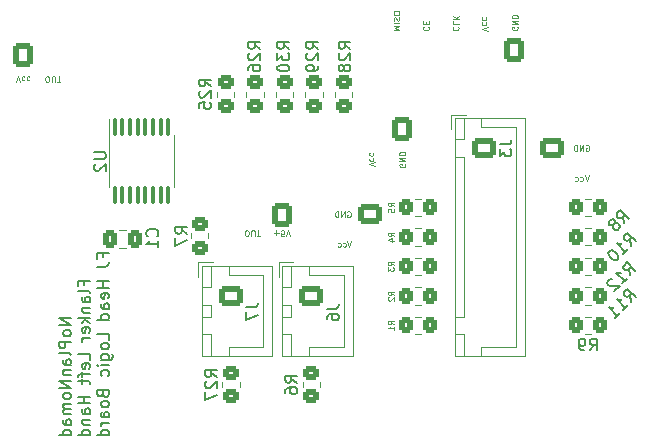
<source format=gbo>
%TF.GenerationSoftware,KiCad,Pcbnew,7.0.6*%
%TF.CreationDate,2023-07-13T14:44:59+02:00*%
%TF.ProjectId,LH_HeadLogicBoard_FreeJoy,4c485f48-6561-4644-9c6f-676963426f61,rev?*%
%TF.SameCoordinates,Original*%
%TF.FileFunction,Legend,Bot*%
%TF.FilePolarity,Positive*%
%FSLAX46Y46*%
G04 Gerber Fmt 4.6, Leading zero omitted, Abs format (unit mm)*
G04 Created by KiCad (PCBNEW 7.0.6) date 2023-07-13 14:44:59*
%MOMM*%
%LPD*%
G01*
G04 APERTURE LIST*
G04 Aperture macros list*
%AMRoundRect*
0 Rectangle with rounded corners*
0 $1 Rounding radius*
0 $2 $3 $4 $5 $6 $7 $8 $9 X,Y pos of 4 corners*
0 Add a 4 corners polygon primitive as box body*
4,1,4,$2,$3,$4,$5,$6,$7,$8,$9,$2,$3,0*
0 Add four circle primitives for the rounded corners*
1,1,$1+$1,$2,$3*
1,1,$1+$1,$4,$5*
1,1,$1+$1,$6,$7*
1,1,$1+$1,$8,$9*
0 Add four rect primitives between the rounded corners*
20,1,$1+$1,$2,$3,$4,$5,0*
20,1,$1+$1,$4,$5,$6,$7,0*
20,1,$1+$1,$6,$7,$8,$9,0*
20,1,$1+$1,$8,$9,$2,$3,0*%
G04 Aperture macros list end*
%ADD10C,0.150000*%
%ADD11C,0.075000*%
%ADD12C,0.100000*%
%ADD13C,0.120000*%
%ADD14RoundRect,0.250000X-0.725000X0.600000X-0.725000X-0.600000X0.725000X-0.600000X0.725000X0.600000X0*%
%ADD15O,1.950000X1.700000*%
%ADD16RoundRect,0.250000X0.600000X0.725000X-0.600000X0.725000X-0.600000X-0.725000X0.600000X-0.725000X0*%
%ADD17O,1.700000X1.950000*%
%ADD18C,2.200000*%
%ADD19RoundRect,0.250000X0.600000X0.750000X-0.600000X0.750000X-0.600000X-0.750000X0.600000X-0.750000X0*%
%ADD20O,1.700000X2.000000*%
%ADD21RoundRect,0.250000X-0.600000X-0.750000X0.600000X-0.750000X0.600000X0.750000X-0.600000X0.750000X0*%
%ADD22RoundRect,0.100000X-0.100000X0.637500X-0.100000X-0.637500X0.100000X-0.637500X0.100000X0.637500X0*%
%ADD23RoundRect,0.250000X-0.750000X0.600000X-0.750000X-0.600000X0.750000X-0.600000X0.750000X0.600000X0*%
%ADD24O,2.000000X1.700000*%
%ADD25RoundRect,0.250000X-0.337500X-0.475000X0.337500X-0.475000X0.337500X0.475000X-0.337500X0.475000X0*%
%ADD26RoundRect,0.250000X-0.350000X-0.450000X0.350000X-0.450000X0.350000X0.450000X-0.350000X0.450000X0*%
%ADD27RoundRect,0.250000X0.450000X-0.350000X0.450000X0.350000X-0.450000X0.350000X-0.450000X-0.350000X0*%
%ADD28RoundRect,0.250000X0.350000X0.450000X-0.350000X0.450000X-0.350000X-0.450000X0.350000X-0.450000X0*%
%ADD29RoundRect,0.250000X-0.450000X0.350000X-0.450000X-0.350000X0.450000X-0.350000X0.450000X0.350000X0*%
G04 APERTURE END LIST*
D10*
X30349819Y-59008458D02*
X29349819Y-59008458D01*
X29349819Y-59008458D02*
X30349819Y-59579886D01*
X30349819Y-59579886D02*
X29349819Y-59579886D01*
X30349819Y-60198934D02*
X30302200Y-60103696D01*
X30302200Y-60103696D02*
X30254580Y-60056077D01*
X30254580Y-60056077D02*
X30159342Y-60008458D01*
X30159342Y-60008458D02*
X29873628Y-60008458D01*
X29873628Y-60008458D02*
X29778390Y-60056077D01*
X29778390Y-60056077D02*
X29730771Y-60103696D01*
X29730771Y-60103696D02*
X29683152Y-60198934D01*
X29683152Y-60198934D02*
X29683152Y-60341791D01*
X29683152Y-60341791D02*
X29730771Y-60437029D01*
X29730771Y-60437029D02*
X29778390Y-60484648D01*
X29778390Y-60484648D02*
X29873628Y-60532267D01*
X29873628Y-60532267D02*
X30159342Y-60532267D01*
X30159342Y-60532267D02*
X30254580Y-60484648D01*
X30254580Y-60484648D02*
X30302200Y-60437029D01*
X30302200Y-60437029D02*
X30349819Y-60341791D01*
X30349819Y-60341791D02*
X30349819Y-60198934D01*
X30349819Y-60960839D02*
X29349819Y-60960839D01*
X29349819Y-60960839D02*
X29349819Y-61341791D01*
X29349819Y-61341791D02*
X29397438Y-61437029D01*
X29397438Y-61437029D02*
X29445057Y-61484648D01*
X29445057Y-61484648D02*
X29540295Y-61532267D01*
X29540295Y-61532267D02*
X29683152Y-61532267D01*
X29683152Y-61532267D02*
X29778390Y-61484648D01*
X29778390Y-61484648D02*
X29826009Y-61437029D01*
X29826009Y-61437029D02*
X29873628Y-61341791D01*
X29873628Y-61341791D02*
X29873628Y-60960839D01*
X30349819Y-62103696D02*
X30302200Y-62008458D01*
X30302200Y-62008458D02*
X30206961Y-61960839D01*
X30206961Y-61960839D02*
X29349819Y-61960839D01*
X30349819Y-62913220D02*
X29826009Y-62913220D01*
X29826009Y-62913220D02*
X29730771Y-62865601D01*
X29730771Y-62865601D02*
X29683152Y-62770363D01*
X29683152Y-62770363D02*
X29683152Y-62579887D01*
X29683152Y-62579887D02*
X29730771Y-62484649D01*
X30302200Y-62913220D02*
X30349819Y-62817982D01*
X30349819Y-62817982D02*
X30349819Y-62579887D01*
X30349819Y-62579887D02*
X30302200Y-62484649D01*
X30302200Y-62484649D02*
X30206961Y-62437030D01*
X30206961Y-62437030D02*
X30111723Y-62437030D01*
X30111723Y-62437030D02*
X30016485Y-62484649D01*
X30016485Y-62484649D02*
X29968866Y-62579887D01*
X29968866Y-62579887D02*
X29968866Y-62817982D01*
X29968866Y-62817982D02*
X29921247Y-62913220D01*
X29683152Y-63389411D02*
X30349819Y-63389411D01*
X29778390Y-63389411D02*
X29730771Y-63437030D01*
X29730771Y-63437030D02*
X29683152Y-63532268D01*
X29683152Y-63532268D02*
X29683152Y-63675125D01*
X29683152Y-63675125D02*
X29730771Y-63770363D01*
X29730771Y-63770363D02*
X29826009Y-63817982D01*
X29826009Y-63817982D02*
X30349819Y-63817982D01*
X30349819Y-64294173D02*
X29349819Y-64294173D01*
X29349819Y-64294173D02*
X30349819Y-64865601D01*
X30349819Y-64865601D02*
X29349819Y-64865601D01*
X30349819Y-65484649D02*
X30302200Y-65389411D01*
X30302200Y-65389411D02*
X30254580Y-65341792D01*
X30254580Y-65341792D02*
X30159342Y-65294173D01*
X30159342Y-65294173D02*
X29873628Y-65294173D01*
X29873628Y-65294173D02*
X29778390Y-65341792D01*
X29778390Y-65341792D02*
X29730771Y-65389411D01*
X29730771Y-65389411D02*
X29683152Y-65484649D01*
X29683152Y-65484649D02*
X29683152Y-65627506D01*
X29683152Y-65627506D02*
X29730771Y-65722744D01*
X29730771Y-65722744D02*
X29778390Y-65770363D01*
X29778390Y-65770363D02*
X29873628Y-65817982D01*
X29873628Y-65817982D02*
X30159342Y-65817982D01*
X30159342Y-65817982D02*
X30254580Y-65770363D01*
X30254580Y-65770363D02*
X30302200Y-65722744D01*
X30302200Y-65722744D02*
X30349819Y-65627506D01*
X30349819Y-65627506D02*
X30349819Y-65484649D01*
X30349819Y-66246554D02*
X29683152Y-66246554D01*
X29778390Y-66246554D02*
X29730771Y-66294173D01*
X29730771Y-66294173D02*
X29683152Y-66389411D01*
X29683152Y-66389411D02*
X29683152Y-66532268D01*
X29683152Y-66532268D02*
X29730771Y-66627506D01*
X29730771Y-66627506D02*
X29826009Y-66675125D01*
X29826009Y-66675125D02*
X30349819Y-66675125D01*
X29826009Y-66675125D02*
X29730771Y-66722744D01*
X29730771Y-66722744D02*
X29683152Y-66817982D01*
X29683152Y-66817982D02*
X29683152Y-66960839D01*
X29683152Y-66960839D02*
X29730771Y-67056078D01*
X29730771Y-67056078D02*
X29826009Y-67103697D01*
X29826009Y-67103697D02*
X30349819Y-67103697D01*
X30349819Y-68008458D02*
X29826009Y-68008458D01*
X29826009Y-68008458D02*
X29730771Y-67960839D01*
X29730771Y-67960839D02*
X29683152Y-67865601D01*
X29683152Y-67865601D02*
X29683152Y-67675125D01*
X29683152Y-67675125D02*
X29730771Y-67579887D01*
X30302200Y-68008458D02*
X30349819Y-67913220D01*
X30349819Y-67913220D02*
X30349819Y-67675125D01*
X30349819Y-67675125D02*
X30302200Y-67579887D01*
X30302200Y-67579887D02*
X30206961Y-67532268D01*
X30206961Y-67532268D02*
X30111723Y-67532268D01*
X30111723Y-67532268D02*
X30016485Y-67579887D01*
X30016485Y-67579887D02*
X29968866Y-67675125D01*
X29968866Y-67675125D02*
X29968866Y-67913220D01*
X29968866Y-67913220D02*
X29921247Y-68008458D01*
X30349819Y-68913220D02*
X29349819Y-68913220D01*
X30302200Y-68913220D02*
X30349819Y-68817982D01*
X30349819Y-68817982D02*
X30349819Y-68627506D01*
X30349819Y-68627506D02*
X30302200Y-68532268D01*
X30302200Y-68532268D02*
X30254580Y-68484649D01*
X30254580Y-68484649D02*
X30159342Y-68437030D01*
X30159342Y-68437030D02*
X29873628Y-68437030D01*
X29873628Y-68437030D02*
X29778390Y-68484649D01*
X29778390Y-68484649D02*
X29730771Y-68532268D01*
X29730771Y-68532268D02*
X29683152Y-68627506D01*
X29683152Y-68627506D02*
X29683152Y-68817982D01*
X29683152Y-68817982D02*
X29730771Y-68913220D01*
X31436009Y-56151312D02*
X31436009Y-55817979D01*
X31959819Y-55817979D02*
X30959819Y-55817979D01*
X30959819Y-55817979D02*
X30959819Y-56294169D01*
X31959819Y-56817979D02*
X31912200Y-56722741D01*
X31912200Y-56722741D02*
X31816961Y-56675122D01*
X31816961Y-56675122D02*
X30959819Y-56675122D01*
X31959819Y-57627503D02*
X31436009Y-57627503D01*
X31436009Y-57627503D02*
X31340771Y-57579884D01*
X31340771Y-57579884D02*
X31293152Y-57484646D01*
X31293152Y-57484646D02*
X31293152Y-57294170D01*
X31293152Y-57294170D02*
X31340771Y-57198932D01*
X31912200Y-57627503D02*
X31959819Y-57532265D01*
X31959819Y-57532265D02*
X31959819Y-57294170D01*
X31959819Y-57294170D02*
X31912200Y-57198932D01*
X31912200Y-57198932D02*
X31816961Y-57151313D01*
X31816961Y-57151313D02*
X31721723Y-57151313D01*
X31721723Y-57151313D02*
X31626485Y-57198932D01*
X31626485Y-57198932D02*
X31578866Y-57294170D01*
X31578866Y-57294170D02*
X31578866Y-57532265D01*
X31578866Y-57532265D02*
X31531247Y-57627503D01*
X31293152Y-58103694D02*
X31959819Y-58103694D01*
X31388390Y-58103694D02*
X31340771Y-58151313D01*
X31340771Y-58151313D02*
X31293152Y-58246551D01*
X31293152Y-58246551D02*
X31293152Y-58389408D01*
X31293152Y-58389408D02*
X31340771Y-58484646D01*
X31340771Y-58484646D02*
X31436009Y-58532265D01*
X31436009Y-58532265D02*
X31959819Y-58532265D01*
X31959819Y-59008456D02*
X30959819Y-59008456D01*
X31578866Y-59103694D02*
X31959819Y-59389408D01*
X31293152Y-59389408D02*
X31674104Y-59008456D01*
X31912200Y-60198932D02*
X31959819Y-60103694D01*
X31959819Y-60103694D02*
X31959819Y-59913218D01*
X31959819Y-59913218D02*
X31912200Y-59817980D01*
X31912200Y-59817980D02*
X31816961Y-59770361D01*
X31816961Y-59770361D02*
X31436009Y-59770361D01*
X31436009Y-59770361D02*
X31340771Y-59817980D01*
X31340771Y-59817980D02*
X31293152Y-59913218D01*
X31293152Y-59913218D02*
X31293152Y-60103694D01*
X31293152Y-60103694D02*
X31340771Y-60198932D01*
X31340771Y-60198932D02*
X31436009Y-60246551D01*
X31436009Y-60246551D02*
X31531247Y-60246551D01*
X31531247Y-60246551D02*
X31626485Y-59770361D01*
X31959819Y-60675123D02*
X31293152Y-60675123D01*
X31483628Y-60675123D02*
X31388390Y-60722742D01*
X31388390Y-60722742D02*
X31340771Y-60770361D01*
X31340771Y-60770361D02*
X31293152Y-60865599D01*
X31293152Y-60865599D02*
X31293152Y-60960837D01*
X31959819Y-62532266D02*
X31959819Y-62056076D01*
X31959819Y-62056076D02*
X30959819Y-62056076D01*
X31912200Y-63246552D02*
X31959819Y-63151314D01*
X31959819Y-63151314D02*
X31959819Y-62960838D01*
X31959819Y-62960838D02*
X31912200Y-62865600D01*
X31912200Y-62865600D02*
X31816961Y-62817981D01*
X31816961Y-62817981D02*
X31436009Y-62817981D01*
X31436009Y-62817981D02*
X31340771Y-62865600D01*
X31340771Y-62865600D02*
X31293152Y-62960838D01*
X31293152Y-62960838D02*
X31293152Y-63151314D01*
X31293152Y-63151314D02*
X31340771Y-63246552D01*
X31340771Y-63246552D02*
X31436009Y-63294171D01*
X31436009Y-63294171D02*
X31531247Y-63294171D01*
X31531247Y-63294171D02*
X31626485Y-62817981D01*
X31293152Y-63579886D02*
X31293152Y-63960838D01*
X31959819Y-63722743D02*
X31102676Y-63722743D01*
X31102676Y-63722743D02*
X31007438Y-63770362D01*
X31007438Y-63770362D02*
X30959819Y-63865600D01*
X30959819Y-63865600D02*
X30959819Y-63960838D01*
X31293152Y-64151315D02*
X31293152Y-64532267D01*
X30959819Y-64294172D02*
X31816961Y-64294172D01*
X31816961Y-64294172D02*
X31912200Y-64341791D01*
X31912200Y-64341791D02*
X31959819Y-64437029D01*
X31959819Y-64437029D02*
X31959819Y-64532267D01*
X31959819Y-65627506D02*
X30959819Y-65627506D01*
X31436009Y-65627506D02*
X31436009Y-66198934D01*
X31959819Y-66198934D02*
X30959819Y-66198934D01*
X31959819Y-67103696D02*
X31436009Y-67103696D01*
X31436009Y-67103696D02*
X31340771Y-67056077D01*
X31340771Y-67056077D02*
X31293152Y-66960839D01*
X31293152Y-66960839D02*
X31293152Y-66770363D01*
X31293152Y-66770363D02*
X31340771Y-66675125D01*
X31912200Y-67103696D02*
X31959819Y-67008458D01*
X31959819Y-67008458D02*
X31959819Y-66770363D01*
X31959819Y-66770363D02*
X31912200Y-66675125D01*
X31912200Y-66675125D02*
X31816961Y-66627506D01*
X31816961Y-66627506D02*
X31721723Y-66627506D01*
X31721723Y-66627506D02*
X31626485Y-66675125D01*
X31626485Y-66675125D02*
X31578866Y-66770363D01*
X31578866Y-66770363D02*
X31578866Y-67008458D01*
X31578866Y-67008458D02*
X31531247Y-67103696D01*
X31293152Y-67579887D02*
X31959819Y-67579887D01*
X31388390Y-67579887D02*
X31340771Y-67627506D01*
X31340771Y-67627506D02*
X31293152Y-67722744D01*
X31293152Y-67722744D02*
X31293152Y-67865601D01*
X31293152Y-67865601D02*
X31340771Y-67960839D01*
X31340771Y-67960839D02*
X31436009Y-68008458D01*
X31436009Y-68008458D02*
X31959819Y-68008458D01*
X31959819Y-68913220D02*
X30959819Y-68913220D01*
X31912200Y-68913220D02*
X31959819Y-68817982D01*
X31959819Y-68817982D02*
X31959819Y-68627506D01*
X31959819Y-68627506D02*
X31912200Y-68532268D01*
X31912200Y-68532268D02*
X31864580Y-68484649D01*
X31864580Y-68484649D02*
X31769342Y-68437030D01*
X31769342Y-68437030D02*
X31483628Y-68437030D01*
X31483628Y-68437030D02*
X31388390Y-68484649D01*
X31388390Y-68484649D02*
X31340771Y-68532268D01*
X31340771Y-68532268D02*
X31293152Y-68627506D01*
X31293152Y-68627506D02*
X31293152Y-68817982D01*
X31293152Y-68817982D02*
X31340771Y-68913220D01*
X33046009Y-53817980D02*
X33046009Y-53484647D01*
X33569819Y-53484647D02*
X32569819Y-53484647D01*
X32569819Y-53484647D02*
X32569819Y-53960837D01*
X32569819Y-54627504D02*
X33284104Y-54627504D01*
X33284104Y-54627504D02*
X33426961Y-54579885D01*
X33426961Y-54579885D02*
X33522200Y-54484647D01*
X33522200Y-54484647D02*
X33569819Y-54341790D01*
X33569819Y-54341790D02*
X33569819Y-54246552D01*
X33569819Y-55865600D02*
X32569819Y-55865600D01*
X33046009Y-55865600D02*
X33046009Y-56437028D01*
X33569819Y-56437028D02*
X32569819Y-56437028D01*
X33522200Y-57294171D02*
X33569819Y-57198933D01*
X33569819Y-57198933D02*
X33569819Y-57008457D01*
X33569819Y-57008457D02*
X33522200Y-56913219D01*
X33522200Y-56913219D02*
X33426961Y-56865600D01*
X33426961Y-56865600D02*
X33046009Y-56865600D01*
X33046009Y-56865600D02*
X32950771Y-56913219D01*
X32950771Y-56913219D02*
X32903152Y-57008457D01*
X32903152Y-57008457D02*
X32903152Y-57198933D01*
X32903152Y-57198933D02*
X32950771Y-57294171D01*
X32950771Y-57294171D02*
X33046009Y-57341790D01*
X33046009Y-57341790D02*
X33141247Y-57341790D01*
X33141247Y-57341790D02*
X33236485Y-56865600D01*
X33569819Y-58198933D02*
X33046009Y-58198933D01*
X33046009Y-58198933D02*
X32950771Y-58151314D01*
X32950771Y-58151314D02*
X32903152Y-58056076D01*
X32903152Y-58056076D02*
X32903152Y-57865600D01*
X32903152Y-57865600D02*
X32950771Y-57770362D01*
X33522200Y-58198933D02*
X33569819Y-58103695D01*
X33569819Y-58103695D02*
X33569819Y-57865600D01*
X33569819Y-57865600D02*
X33522200Y-57770362D01*
X33522200Y-57770362D02*
X33426961Y-57722743D01*
X33426961Y-57722743D02*
X33331723Y-57722743D01*
X33331723Y-57722743D02*
X33236485Y-57770362D01*
X33236485Y-57770362D02*
X33188866Y-57865600D01*
X33188866Y-57865600D02*
X33188866Y-58103695D01*
X33188866Y-58103695D02*
X33141247Y-58198933D01*
X33569819Y-59103695D02*
X32569819Y-59103695D01*
X33522200Y-59103695D02*
X33569819Y-59008457D01*
X33569819Y-59008457D02*
X33569819Y-58817981D01*
X33569819Y-58817981D02*
X33522200Y-58722743D01*
X33522200Y-58722743D02*
X33474580Y-58675124D01*
X33474580Y-58675124D02*
X33379342Y-58627505D01*
X33379342Y-58627505D02*
X33093628Y-58627505D01*
X33093628Y-58627505D02*
X32998390Y-58675124D01*
X32998390Y-58675124D02*
X32950771Y-58722743D01*
X32950771Y-58722743D02*
X32903152Y-58817981D01*
X32903152Y-58817981D02*
X32903152Y-59008457D01*
X32903152Y-59008457D02*
X32950771Y-59103695D01*
X33569819Y-60817981D02*
X33569819Y-60341791D01*
X33569819Y-60341791D02*
X32569819Y-60341791D01*
X33569819Y-61294172D02*
X33522200Y-61198934D01*
X33522200Y-61198934D02*
X33474580Y-61151315D01*
X33474580Y-61151315D02*
X33379342Y-61103696D01*
X33379342Y-61103696D02*
X33093628Y-61103696D01*
X33093628Y-61103696D02*
X32998390Y-61151315D01*
X32998390Y-61151315D02*
X32950771Y-61198934D01*
X32950771Y-61198934D02*
X32903152Y-61294172D01*
X32903152Y-61294172D02*
X32903152Y-61437029D01*
X32903152Y-61437029D02*
X32950771Y-61532267D01*
X32950771Y-61532267D02*
X32998390Y-61579886D01*
X32998390Y-61579886D02*
X33093628Y-61627505D01*
X33093628Y-61627505D02*
X33379342Y-61627505D01*
X33379342Y-61627505D02*
X33474580Y-61579886D01*
X33474580Y-61579886D02*
X33522200Y-61532267D01*
X33522200Y-61532267D02*
X33569819Y-61437029D01*
X33569819Y-61437029D02*
X33569819Y-61294172D01*
X32903152Y-62484648D02*
X33712676Y-62484648D01*
X33712676Y-62484648D02*
X33807914Y-62437029D01*
X33807914Y-62437029D02*
X33855533Y-62389410D01*
X33855533Y-62389410D02*
X33903152Y-62294172D01*
X33903152Y-62294172D02*
X33903152Y-62151315D01*
X33903152Y-62151315D02*
X33855533Y-62056077D01*
X33522200Y-62484648D02*
X33569819Y-62389410D01*
X33569819Y-62389410D02*
X33569819Y-62198934D01*
X33569819Y-62198934D02*
X33522200Y-62103696D01*
X33522200Y-62103696D02*
X33474580Y-62056077D01*
X33474580Y-62056077D02*
X33379342Y-62008458D01*
X33379342Y-62008458D02*
X33093628Y-62008458D01*
X33093628Y-62008458D02*
X32998390Y-62056077D01*
X32998390Y-62056077D02*
X32950771Y-62103696D01*
X32950771Y-62103696D02*
X32903152Y-62198934D01*
X32903152Y-62198934D02*
X32903152Y-62389410D01*
X32903152Y-62389410D02*
X32950771Y-62484648D01*
X33569819Y-62960839D02*
X32903152Y-62960839D01*
X32569819Y-62960839D02*
X32617438Y-62913220D01*
X32617438Y-62913220D02*
X32665057Y-62960839D01*
X32665057Y-62960839D02*
X32617438Y-63008458D01*
X32617438Y-63008458D02*
X32569819Y-62960839D01*
X32569819Y-62960839D02*
X32665057Y-62960839D01*
X33522200Y-63865600D02*
X33569819Y-63770362D01*
X33569819Y-63770362D02*
X33569819Y-63579886D01*
X33569819Y-63579886D02*
X33522200Y-63484648D01*
X33522200Y-63484648D02*
X33474580Y-63437029D01*
X33474580Y-63437029D02*
X33379342Y-63389410D01*
X33379342Y-63389410D02*
X33093628Y-63389410D01*
X33093628Y-63389410D02*
X32998390Y-63437029D01*
X32998390Y-63437029D02*
X32950771Y-63484648D01*
X32950771Y-63484648D02*
X32903152Y-63579886D01*
X32903152Y-63579886D02*
X32903152Y-63770362D01*
X32903152Y-63770362D02*
X32950771Y-63865600D01*
X33046009Y-65389410D02*
X33093628Y-65532267D01*
X33093628Y-65532267D02*
X33141247Y-65579886D01*
X33141247Y-65579886D02*
X33236485Y-65627505D01*
X33236485Y-65627505D02*
X33379342Y-65627505D01*
X33379342Y-65627505D02*
X33474580Y-65579886D01*
X33474580Y-65579886D02*
X33522200Y-65532267D01*
X33522200Y-65532267D02*
X33569819Y-65437029D01*
X33569819Y-65437029D02*
X33569819Y-65056077D01*
X33569819Y-65056077D02*
X32569819Y-65056077D01*
X32569819Y-65056077D02*
X32569819Y-65389410D01*
X32569819Y-65389410D02*
X32617438Y-65484648D01*
X32617438Y-65484648D02*
X32665057Y-65532267D01*
X32665057Y-65532267D02*
X32760295Y-65579886D01*
X32760295Y-65579886D02*
X32855533Y-65579886D01*
X32855533Y-65579886D02*
X32950771Y-65532267D01*
X32950771Y-65532267D02*
X32998390Y-65484648D01*
X32998390Y-65484648D02*
X33046009Y-65389410D01*
X33046009Y-65389410D02*
X33046009Y-65056077D01*
X33569819Y-66198934D02*
X33522200Y-66103696D01*
X33522200Y-66103696D02*
X33474580Y-66056077D01*
X33474580Y-66056077D02*
X33379342Y-66008458D01*
X33379342Y-66008458D02*
X33093628Y-66008458D01*
X33093628Y-66008458D02*
X32998390Y-66056077D01*
X32998390Y-66056077D02*
X32950771Y-66103696D01*
X32950771Y-66103696D02*
X32903152Y-66198934D01*
X32903152Y-66198934D02*
X32903152Y-66341791D01*
X32903152Y-66341791D02*
X32950771Y-66437029D01*
X32950771Y-66437029D02*
X32998390Y-66484648D01*
X32998390Y-66484648D02*
X33093628Y-66532267D01*
X33093628Y-66532267D02*
X33379342Y-66532267D01*
X33379342Y-66532267D02*
X33474580Y-66484648D01*
X33474580Y-66484648D02*
X33522200Y-66437029D01*
X33522200Y-66437029D02*
X33569819Y-66341791D01*
X33569819Y-66341791D02*
X33569819Y-66198934D01*
X33569819Y-67389410D02*
X33046009Y-67389410D01*
X33046009Y-67389410D02*
X32950771Y-67341791D01*
X32950771Y-67341791D02*
X32903152Y-67246553D01*
X32903152Y-67246553D02*
X32903152Y-67056077D01*
X32903152Y-67056077D02*
X32950771Y-66960839D01*
X33522200Y-67389410D02*
X33569819Y-67294172D01*
X33569819Y-67294172D02*
X33569819Y-67056077D01*
X33569819Y-67056077D02*
X33522200Y-66960839D01*
X33522200Y-66960839D02*
X33426961Y-66913220D01*
X33426961Y-66913220D02*
X33331723Y-66913220D01*
X33331723Y-66913220D02*
X33236485Y-66960839D01*
X33236485Y-66960839D02*
X33188866Y-67056077D01*
X33188866Y-67056077D02*
X33188866Y-67294172D01*
X33188866Y-67294172D02*
X33141247Y-67389410D01*
X33569819Y-67865601D02*
X32903152Y-67865601D01*
X33093628Y-67865601D02*
X32998390Y-67913220D01*
X32998390Y-67913220D02*
X32950771Y-67960839D01*
X32950771Y-67960839D02*
X32903152Y-68056077D01*
X32903152Y-68056077D02*
X32903152Y-68151315D01*
X33569819Y-68913220D02*
X32569819Y-68913220D01*
X33522200Y-68913220D02*
X33569819Y-68817982D01*
X33569819Y-68817982D02*
X33569819Y-68627506D01*
X33569819Y-68627506D02*
X33522200Y-68532268D01*
X33522200Y-68532268D02*
X33474580Y-68484649D01*
X33474580Y-68484649D02*
X33379342Y-68437030D01*
X33379342Y-68437030D02*
X33093628Y-68437030D01*
X33093628Y-68437030D02*
X32998390Y-68484649D01*
X32998390Y-68484649D02*
X32950771Y-68532268D01*
X32950771Y-68532268D02*
X32903152Y-68627506D01*
X32903152Y-68627506D02*
X32903152Y-68817982D01*
X32903152Y-68817982D02*
X32950771Y-68913220D01*
D11*
X73970952Y-44351219D02*
X74018571Y-44327409D01*
X74018571Y-44327409D02*
X74090000Y-44327409D01*
X74090000Y-44327409D02*
X74161428Y-44351219D01*
X74161428Y-44351219D02*
X74209047Y-44398838D01*
X74209047Y-44398838D02*
X74232857Y-44446457D01*
X74232857Y-44446457D02*
X74256666Y-44541695D01*
X74256666Y-44541695D02*
X74256666Y-44613123D01*
X74256666Y-44613123D02*
X74232857Y-44708361D01*
X74232857Y-44708361D02*
X74209047Y-44755980D01*
X74209047Y-44755980D02*
X74161428Y-44803600D01*
X74161428Y-44803600D02*
X74090000Y-44827409D01*
X74090000Y-44827409D02*
X74042381Y-44827409D01*
X74042381Y-44827409D02*
X73970952Y-44803600D01*
X73970952Y-44803600D02*
X73947143Y-44779790D01*
X73947143Y-44779790D02*
X73947143Y-44613123D01*
X73947143Y-44613123D02*
X74042381Y-44613123D01*
X73732857Y-44827409D02*
X73732857Y-44327409D01*
X73732857Y-44327409D02*
X73447143Y-44827409D01*
X73447143Y-44827409D02*
X73447143Y-44327409D01*
X73209047Y-44827409D02*
X73209047Y-44327409D01*
X73209047Y-44327409D02*
X73089999Y-44327409D01*
X73089999Y-44327409D02*
X73018571Y-44351219D01*
X73018571Y-44351219D02*
X72970952Y-44398838D01*
X72970952Y-44398838D02*
X72947142Y-44446457D01*
X72947142Y-44446457D02*
X72923333Y-44541695D01*
X72923333Y-44541695D02*
X72923333Y-44613123D01*
X72923333Y-44613123D02*
X72947142Y-44708361D01*
X72947142Y-44708361D02*
X72970952Y-44755980D01*
X72970952Y-44755980D02*
X73018571Y-44803600D01*
X73018571Y-44803600D02*
X73089999Y-44827409D01*
X73089999Y-44827409D02*
X73209047Y-44827409D01*
X74185236Y-46867409D02*
X74018570Y-47367409D01*
X74018570Y-47367409D02*
X73851903Y-46867409D01*
X73470951Y-47343600D02*
X73518570Y-47367409D01*
X73518570Y-47367409D02*
X73613808Y-47367409D01*
X73613808Y-47367409D02*
X73661427Y-47343600D01*
X73661427Y-47343600D02*
X73685237Y-47319790D01*
X73685237Y-47319790D02*
X73709046Y-47272171D01*
X73709046Y-47272171D02*
X73709046Y-47129314D01*
X73709046Y-47129314D02*
X73685237Y-47081695D01*
X73685237Y-47081695D02*
X73661427Y-47057885D01*
X73661427Y-47057885D02*
X73613808Y-47034076D01*
X73613808Y-47034076D02*
X73518570Y-47034076D01*
X73518570Y-47034076D02*
X73470951Y-47057885D01*
X73042380Y-47343600D02*
X73089999Y-47367409D01*
X73089999Y-47367409D02*
X73185237Y-47367409D01*
X73185237Y-47367409D02*
X73232856Y-47343600D01*
X73232856Y-47343600D02*
X73256666Y-47319790D01*
X73256666Y-47319790D02*
X73280475Y-47272171D01*
X73280475Y-47272171D02*
X73280475Y-47129314D01*
X73280475Y-47129314D02*
X73256666Y-47081695D01*
X73256666Y-47081695D02*
X73232856Y-47057885D01*
X73232856Y-47057885D02*
X73185237Y-47034076D01*
X73185237Y-47034076D02*
X73089999Y-47034076D01*
X73089999Y-47034076D02*
X73042380Y-47057885D01*
X62720209Y-34295896D02*
X62696400Y-34319705D01*
X62696400Y-34319705D02*
X62672590Y-34391134D01*
X62672590Y-34391134D02*
X62672590Y-34438753D01*
X62672590Y-34438753D02*
X62696400Y-34510181D01*
X62696400Y-34510181D02*
X62744019Y-34557800D01*
X62744019Y-34557800D02*
X62791638Y-34581610D01*
X62791638Y-34581610D02*
X62886876Y-34605419D01*
X62886876Y-34605419D02*
X62958304Y-34605419D01*
X62958304Y-34605419D02*
X63053542Y-34581610D01*
X63053542Y-34581610D02*
X63101161Y-34557800D01*
X63101161Y-34557800D02*
X63148780Y-34510181D01*
X63148780Y-34510181D02*
X63172590Y-34438753D01*
X63172590Y-34438753D02*
X63172590Y-34391134D01*
X63172590Y-34391134D02*
X63148780Y-34319705D01*
X63148780Y-34319705D02*
X63124971Y-34295896D01*
X62672590Y-33843515D02*
X62672590Y-34081610D01*
X62672590Y-34081610D02*
X63172590Y-34081610D01*
X62672590Y-33676848D02*
X63172590Y-33676848D01*
X62672590Y-33391134D02*
X62958304Y-33605419D01*
X63172590Y-33391134D02*
X62886876Y-33676848D01*
X60220209Y-34295896D02*
X60196400Y-34319705D01*
X60196400Y-34319705D02*
X60172590Y-34391134D01*
X60172590Y-34391134D02*
X60172590Y-34438753D01*
X60172590Y-34438753D02*
X60196400Y-34510181D01*
X60196400Y-34510181D02*
X60244019Y-34557800D01*
X60244019Y-34557800D02*
X60291638Y-34581610D01*
X60291638Y-34581610D02*
X60386876Y-34605419D01*
X60386876Y-34605419D02*
X60458304Y-34605419D01*
X60458304Y-34605419D02*
X60553542Y-34581610D01*
X60553542Y-34581610D02*
X60601161Y-34557800D01*
X60601161Y-34557800D02*
X60648780Y-34510181D01*
X60648780Y-34510181D02*
X60672590Y-34438753D01*
X60672590Y-34438753D02*
X60672590Y-34391134D01*
X60672590Y-34391134D02*
X60648780Y-34319705D01*
X60648780Y-34319705D02*
X60624971Y-34295896D01*
X60434495Y-34081610D02*
X60434495Y-33914943D01*
X60172590Y-33843515D02*
X60172590Y-34081610D01*
X60172590Y-34081610D02*
X60672590Y-34081610D01*
X60672590Y-34081610D02*
X60672590Y-33843515D01*
X68148780Y-34319705D02*
X68172590Y-34367324D01*
X68172590Y-34367324D02*
X68172590Y-34438753D01*
X68172590Y-34438753D02*
X68148780Y-34510181D01*
X68148780Y-34510181D02*
X68101161Y-34557800D01*
X68101161Y-34557800D02*
X68053542Y-34581610D01*
X68053542Y-34581610D02*
X67958304Y-34605419D01*
X67958304Y-34605419D02*
X67886876Y-34605419D01*
X67886876Y-34605419D02*
X67791638Y-34581610D01*
X67791638Y-34581610D02*
X67744019Y-34557800D01*
X67744019Y-34557800D02*
X67696400Y-34510181D01*
X67696400Y-34510181D02*
X67672590Y-34438753D01*
X67672590Y-34438753D02*
X67672590Y-34391134D01*
X67672590Y-34391134D02*
X67696400Y-34319705D01*
X67696400Y-34319705D02*
X67720209Y-34295896D01*
X67720209Y-34295896D02*
X67886876Y-34295896D01*
X67886876Y-34295896D02*
X67886876Y-34391134D01*
X67672590Y-34081610D02*
X68172590Y-34081610D01*
X68172590Y-34081610D02*
X67672590Y-33795896D01*
X67672590Y-33795896D02*
X68172590Y-33795896D01*
X67672590Y-33557800D02*
X68172590Y-33557800D01*
X68172590Y-33557800D02*
X68172590Y-33438752D01*
X68172590Y-33438752D02*
X68148780Y-33367324D01*
X68148780Y-33367324D02*
X68101161Y-33319705D01*
X68101161Y-33319705D02*
X68053542Y-33295895D01*
X68053542Y-33295895D02*
X67958304Y-33272086D01*
X67958304Y-33272086D02*
X67886876Y-33272086D01*
X67886876Y-33272086D02*
X67791638Y-33295895D01*
X67791638Y-33295895D02*
X67744019Y-33319705D01*
X67744019Y-33319705D02*
X67696400Y-33367324D01*
X67696400Y-33367324D02*
X67672590Y-33438752D01*
X67672590Y-33438752D02*
X67672590Y-33557800D01*
X65672590Y-34653038D02*
X65172590Y-34486372D01*
X65172590Y-34486372D02*
X65672590Y-34319705D01*
X65196400Y-33938753D02*
X65172590Y-33986372D01*
X65172590Y-33986372D02*
X65172590Y-34081610D01*
X65172590Y-34081610D02*
X65196400Y-34129229D01*
X65196400Y-34129229D02*
X65220209Y-34153039D01*
X65220209Y-34153039D02*
X65267828Y-34176848D01*
X65267828Y-34176848D02*
X65410685Y-34176848D01*
X65410685Y-34176848D02*
X65458304Y-34153039D01*
X65458304Y-34153039D02*
X65482114Y-34129229D01*
X65482114Y-34129229D02*
X65505923Y-34081610D01*
X65505923Y-34081610D02*
X65505923Y-33986372D01*
X65505923Y-33986372D02*
X65482114Y-33938753D01*
X65196400Y-33510182D02*
X65172590Y-33557801D01*
X65172590Y-33557801D02*
X65172590Y-33653039D01*
X65172590Y-33653039D02*
X65196400Y-33700658D01*
X65196400Y-33700658D02*
X65220209Y-33724468D01*
X65220209Y-33724468D02*
X65267828Y-33748277D01*
X65267828Y-33748277D02*
X65410685Y-33748277D01*
X65410685Y-33748277D02*
X65458304Y-33724468D01*
X65458304Y-33724468D02*
X65482114Y-33700658D01*
X65482114Y-33700658D02*
X65505923Y-33653039D01*
X65505923Y-33653039D02*
X65505923Y-33557801D01*
X65505923Y-33557801D02*
X65482114Y-33510182D01*
X57672590Y-34581610D02*
X58172590Y-34581610D01*
X58172590Y-34581610D02*
X57815447Y-34414943D01*
X57815447Y-34414943D02*
X58172590Y-34248277D01*
X58172590Y-34248277D02*
X57672590Y-34248277D01*
X57672590Y-34010181D02*
X58172590Y-34010181D01*
X57696400Y-33795895D02*
X57672590Y-33724467D01*
X57672590Y-33724467D02*
X57672590Y-33605419D01*
X57672590Y-33605419D02*
X57696400Y-33557800D01*
X57696400Y-33557800D02*
X57720209Y-33533991D01*
X57720209Y-33533991D02*
X57767828Y-33510181D01*
X57767828Y-33510181D02*
X57815447Y-33510181D01*
X57815447Y-33510181D02*
X57863066Y-33533991D01*
X57863066Y-33533991D02*
X57886876Y-33557800D01*
X57886876Y-33557800D02*
X57910685Y-33605419D01*
X57910685Y-33605419D02*
X57934495Y-33700657D01*
X57934495Y-33700657D02*
X57958304Y-33748276D01*
X57958304Y-33748276D02*
X57982114Y-33772086D01*
X57982114Y-33772086D02*
X58029733Y-33795895D01*
X58029733Y-33795895D02*
X58077352Y-33795895D01*
X58077352Y-33795895D02*
X58124971Y-33772086D01*
X58124971Y-33772086D02*
X58148780Y-33748276D01*
X58148780Y-33748276D02*
X58172590Y-33700657D01*
X58172590Y-33700657D02*
X58172590Y-33581610D01*
X58172590Y-33581610D02*
X58148780Y-33510181D01*
X58172590Y-33200658D02*
X58172590Y-33105420D01*
X58172590Y-33105420D02*
X58148780Y-33057801D01*
X58148780Y-33057801D02*
X58101161Y-33010182D01*
X58101161Y-33010182D02*
X58005923Y-32986372D01*
X58005923Y-32986372D02*
X57839257Y-32986372D01*
X57839257Y-32986372D02*
X57744019Y-33010182D01*
X57744019Y-33010182D02*
X57696400Y-33057801D01*
X57696400Y-33057801D02*
X57672590Y-33105420D01*
X57672590Y-33105420D02*
X57672590Y-33200658D01*
X57672590Y-33200658D02*
X57696400Y-33248277D01*
X57696400Y-33248277D02*
X57744019Y-33295896D01*
X57744019Y-33295896D02*
X57839257Y-33319705D01*
X57839257Y-33319705D02*
X58005923Y-33319705D01*
X58005923Y-33319705D02*
X58101161Y-33295896D01*
X58101161Y-33295896D02*
X58148780Y-33248277D01*
X58148780Y-33248277D02*
X58172590Y-33200658D01*
X58648780Y-45920952D02*
X58672590Y-45968571D01*
X58672590Y-45968571D02*
X58672590Y-46040000D01*
X58672590Y-46040000D02*
X58648780Y-46111428D01*
X58648780Y-46111428D02*
X58601161Y-46159047D01*
X58601161Y-46159047D02*
X58553542Y-46182857D01*
X58553542Y-46182857D02*
X58458304Y-46206666D01*
X58458304Y-46206666D02*
X58386876Y-46206666D01*
X58386876Y-46206666D02*
X58291638Y-46182857D01*
X58291638Y-46182857D02*
X58244019Y-46159047D01*
X58244019Y-46159047D02*
X58196400Y-46111428D01*
X58196400Y-46111428D02*
X58172590Y-46040000D01*
X58172590Y-46040000D02*
X58172590Y-45992381D01*
X58172590Y-45992381D02*
X58196400Y-45920952D01*
X58196400Y-45920952D02*
X58220209Y-45897143D01*
X58220209Y-45897143D02*
X58386876Y-45897143D01*
X58386876Y-45897143D02*
X58386876Y-45992381D01*
X58172590Y-45682857D02*
X58672590Y-45682857D01*
X58672590Y-45682857D02*
X58172590Y-45397143D01*
X58172590Y-45397143D02*
X58672590Y-45397143D01*
X58172590Y-45159047D02*
X58672590Y-45159047D01*
X58672590Y-45159047D02*
X58672590Y-45039999D01*
X58672590Y-45039999D02*
X58648780Y-44968571D01*
X58648780Y-44968571D02*
X58601161Y-44920952D01*
X58601161Y-44920952D02*
X58553542Y-44897142D01*
X58553542Y-44897142D02*
X58458304Y-44873333D01*
X58458304Y-44873333D02*
X58386876Y-44873333D01*
X58386876Y-44873333D02*
X58291638Y-44897142D01*
X58291638Y-44897142D02*
X58244019Y-44920952D01*
X58244019Y-44920952D02*
X58196400Y-44968571D01*
X58196400Y-44968571D02*
X58172590Y-45039999D01*
X58172590Y-45039999D02*
X58172590Y-45159047D01*
X56132590Y-46135236D02*
X55632590Y-45968570D01*
X55632590Y-45968570D02*
X56132590Y-45801903D01*
X55656400Y-45420951D02*
X55632590Y-45468570D01*
X55632590Y-45468570D02*
X55632590Y-45563808D01*
X55632590Y-45563808D02*
X55656400Y-45611427D01*
X55656400Y-45611427D02*
X55680209Y-45635237D01*
X55680209Y-45635237D02*
X55727828Y-45659046D01*
X55727828Y-45659046D02*
X55870685Y-45659046D01*
X55870685Y-45659046D02*
X55918304Y-45635237D01*
X55918304Y-45635237D02*
X55942114Y-45611427D01*
X55942114Y-45611427D02*
X55965923Y-45563808D01*
X55965923Y-45563808D02*
X55965923Y-45468570D01*
X55965923Y-45468570D02*
X55942114Y-45420951D01*
X55656400Y-44992380D02*
X55632590Y-45039999D01*
X55632590Y-45039999D02*
X55632590Y-45135237D01*
X55632590Y-45135237D02*
X55656400Y-45182856D01*
X55656400Y-45182856D02*
X55680209Y-45206666D01*
X55680209Y-45206666D02*
X55727828Y-45230475D01*
X55727828Y-45230475D02*
X55870685Y-45230475D01*
X55870685Y-45230475D02*
X55918304Y-45206666D01*
X55918304Y-45206666D02*
X55942114Y-45182856D01*
X55942114Y-45182856D02*
X55965923Y-45135237D01*
X55965923Y-45135237D02*
X55965923Y-45039999D01*
X55965923Y-45039999D02*
X55942114Y-44992380D01*
D12*
X47557143Y-51739366D02*
X47938096Y-51739366D01*
X47747619Y-51548890D02*
X47747619Y-51929842D01*
X48414286Y-52048890D02*
X48176191Y-52048890D01*
X48176191Y-52048890D02*
X48152382Y-51810795D01*
X48152382Y-51810795D02*
X48176191Y-51834604D01*
X48176191Y-51834604D02*
X48223810Y-51858414D01*
X48223810Y-51858414D02*
X48342858Y-51858414D01*
X48342858Y-51858414D02*
X48390477Y-51834604D01*
X48390477Y-51834604D02*
X48414286Y-51810795D01*
X48414286Y-51810795D02*
X48438096Y-51763176D01*
X48438096Y-51763176D02*
X48438096Y-51644128D01*
X48438096Y-51644128D02*
X48414286Y-51596509D01*
X48414286Y-51596509D02*
X48390477Y-51572700D01*
X48390477Y-51572700D02*
X48342858Y-51548890D01*
X48342858Y-51548890D02*
X48223810Y-51548890D01*
X48223810Y-51548890D02*
X48176191Y-51572700D01*
X48176191Y-51572700D02*
X48152382Y-51596509D01*
X48580953Y-52048890D02*
X48747619Y-51548890D01*
X48747619Y-51548890D02*
X48914286Y-52048890D01*
X45199999Y-52048890D02*
X45295237Y-52048890D01*
X45295237Y-52048890D02*
X45342856Y-52025080D01*
X45342856Y-52025080D02*
X45390475Y-51977461D01*
X45390475Y-51977461D02*
X45414285Y-51882223D01*
X45414285Y-51882223D02*
X45414285Y-51715557D01*
X45414285Y-51715557D02*
X45390475Y-51620319D01*
X45390475Y-51620319D02*
X45342856Y-51572700D01*
X45342856Y-51572700D02*
X45295237Y-51548890D01*
X45295237Y-51548890D02*
X45199999Y-51548890D01*
X45199999Y-51548890D02*
X45152380Y-51572700D01*
X45152380Y-51572700D02*
X45104761Y-51620319D01*
X45104761Y-51620319D02*
X45080952Y-51715557D01*
X45080952Y-51715557D02*
X45080952Y-51882223D01*
X45080952Y-51882223D02*
X45104761Y-51977461D01*
X45104761Y-51977461D02*
X45152380Y-52025080D01*
X45152380Y-52025080D02*
X45199999Y-52048890D01*
X45628571Y-52048890D02*
X45628571Y-51644128D01*
X45628571Y-51644128D02*
X45652381Y-51596509D01*
X45652381Y-51596509D02*
X45676190Y-51572700D01*
X45676190Y-51572700D02*
X45723809Y-51548890D01*
X45723809Y-51548890D02*
X45819047Y-51548890D01*
X45819047Y-51548890D02*
X45866666Y-51572700D01*
X45866666Y-51572700D02*
X45890476Y-51596509D01*
X45890476Y-51596509D02*
X45914285Y-51644128D01*
X45914285Y-51644128D02*
X45914285Y-52048890D01*
X46080953Y-52048890D02*
X46366667Y-52048890D01*
X46223810Y-51548890D02*
X46223810Y-52048890D01*
D11*
X54103038Y-52427409D02*
X53936372Y-52927409D01*
X53936372Y-52927409D02*
X53769705Y-52427409D01*
X53388753Y-52903600D02*
X53436372Y-52927409D01*
X53436372Y-52927409D02*
X53531610Y-52927409D01*
X53531610Y-52927409D02*
X53579229Y-52903600D01*
X53579229Y-52903600D02*
X53603039Y-52879790D01*
X53603039Y-52879790D02*
X53626848Y-52832171D01*
X53626848Y-52832171D02*
X53626848Y-52689314D01*
X53626848Y-52689314D02*
X53603039Y-52641695D01*
X53603039Y-52641695D02*
X53579229Y-52617885D01*
X53579229Y-52617885D02*
X53531610Y-52594076D01*
X53531610Y-52594076D02*
X53436372Y-52594076D01*
X53436372Y-52594076D02*
X53388753Y-52617885D01*
X52960182Y-52903600D02*
X53007801Y-52927409D01*
X53007801Y-52927409D02*
X53103039Y-52927409D01*
X53103039Y-52927409D02*
X53150658Y-52903600D01*
X53150658Y-52903600D02*
X53174468Y-52879790D01*
X53174468Y-52879790D02*
X53198277Y-52832171D01*
X53198277Y-52832171D02*
X53198277Y-52689314D01*
X53198277Y-52689314D02*
X53174468Y-52641695D01*
X53174468Y-52641695D02*
X53150658Y-52617885D01*
X53150658Y-52617885D02*
X53103039Y-52594076D01*
X53103039Y-52594076D02*
X53007801Y-52594076D01*
X53007801Y-52594076D02*
X52960182Y-52617885D01*
X53769705Y-49951219D02*
X53817324Y-49927409D01*
X53817324Y-49927409D02*
X53888753Y-49927409D01*
X53888753Y-49927409D02*
X53960181Y-49951219D01*
X53960181Y-49951219D02*
X54007800Y-49998838D01*
X54007800Y-49998838D02*
X54031610Y-50046457D01*
X54031610Y-50046457D02*
X54055419Y-50141695D01*
X54055419Y-50141695D02*
X54055419Y-50213123D01*
X54055419Y-50213123D02*
X54031610Y-50308361D01*
X54031610Y-50308361D02*
X54007800Y-50355980D01*
X54007800Y-50355980D02*
X53960181Y-50403600D01*
X53960181Y-50403600D02*
X53888753Y-50427409D01*
X53888753Y-50427409D02*
X53841134Y-50427409D01*
X53841134Y-50427409D02*
X53769705Y-50403600D01*
X53769705Y-50403600D02*
X53745896Y-50379790D01*
X53745896Y-50379790D02*
X53745896Y-50213123D01*
X53745896Y-50213123D02*
X53841134Y-50213123D01*
X53531610Y-50427409D02*
X53531610Y-49927409D01*
X53531610Y-49927409D02*
X53245896Y-50427409D01*
X53245896Y-50427409D02*
X53245896Y-49927409D01*
X53007800Y-50427409D02*
X53007800Y-49927409D01*
X53007800Y-49927409D02*
X52888752Y-49927409D01*
X52888752Y-49927409D02*
X52817324Y-49951219D01*
X52817324Y-49951219D02*
X52769705Y-49998838D01*
X52769705Y-49998838D02*
X52745895Y-50046457D01*
X52745895Y-50046457D02*
X52722086Y-50141695D01*
X52722086Y-50141695D02*
X52722086Y-50213123D01*
X52722086Y-50213123D02*
X52745895Y-50308361D01*
X52745895Y-50308361D02*
X52769705Y-50355980D01*
X52769705Y-50355980D02*
X52817324Y-50403600D01*
X52817324Y-50403600D02*
X52888752Y-50427409D01*
X52888752Y-50427409D02*
X53007800Y-50427409D01*
X25704763Y-38997590D02*
X25871429Y-38497590D01*
X25871429Y-38497590D02*
X26038096Y-38997590D01*
X26419048Y-38521400D02*
X26371429Y-38497590D01*
X26371429Y-38497590D02*
X26276191Y-38497590D01*
X26276191Y-38497590D02*
X26228572Y-38521400D01*
X26228572Y-38521400D02*
X26204762Y-38545209D01*
X26204762Y-38545209D02*
X26180953Y-38592828D01*
X26180953Y-38592828D02*
X26180953Y-38735685D01*
X26180953Y-38735685D02*
X26204762Y-38783304D01*
X26204762Y-38783304D02*
X26228572Y-38807114D01*
X26228572Y-38807114D02*
X26276191Y-38830923D01*
X26276191Y-38830923D02*
X26371429Y-38830923D01*
X26371429Y-38830923D02*
X26419048Y-38807114D01*
X26847619Y-38521400D02*
X26800000Y-38497590D01*
X26800000Y-38497590D02*
X26704762Y-38497590D01*
X26704762Y-38497590D02*
X26657143Y-38521400D01*
X26657143Y-38521400D02*
X26633333Y-38545209D01*
X26633333Y-38545209D02*
X26609524Y-38592828D01*
X26609524Y-38592828D02*
X26609524Y-38735685D01*
X26609524Y-38735685D02*
X26633333Y-38783304D01*
X26633333Y-38783304D02*
X26657143Y-38807114D01*
X26657143Y-38807114D02*
X26704762Y-38830923D01*
X26704762Y-38830923D02*
X26800000Y-38830923D01*
X26800000Y-38830923D02*
X26847619Y-38807114D01*
X28299999Y-38997590D02*
X28395237Y-38997590D01*
X28395237Y-38997590D02*
X28442856Y-38973780D01*
X28442856Y-38973780D02*
X28490475Y-38926161D01*
X28490475Y-38926161D02*
X28514285Y-38830923D01*
X28514285Y-38830923D02*
X28514285Y-38664257D01*
X28514285Y-38664257D02*
X28490475Y-38569019D01*
X28490475Y-38569019D02*
X28442856Y-38521400D01*
X28442856Y-38521400D02*
X28395237Y-38497590D01*
X28395237Y-38497590D02*
X28299999Y-38497590D01*
X28299999Y-38497590D02*
X28252380Y-38521400D01*
X28252380Y-38521400D02*
X28204761Y-38569019D01*
X28204761Y-38569019D02*
X28180952Y-38664257D01*
X28180952Y-38664257D02*
X28180952Y-38830923D01*
X28180952Y-38830923D02*
X28204761Y-38926161D01*
X28204761Y-38926161D02*
X28252380Y-38973780D01*
X28252380Y-38973780D02*
X28299999Y-38997590D01*
X28728571Y-38997590D02*
X28728571Y-38592828D01*
X28728571Y-38592828D02*
X28752381Y-38545209D01*
X28752381Y-38545209D02*
X28776190Y-38521400D01*
X28776190Y-38521400D02*
X28823809Y-38497590D01*
X28823809Y-38497590D02*
X28919047Y-38497590D01*
X28919047Y-38497590D02*
X28966666Y-38521400D01*
X28966666Y-38521400D02*
X28990476Y-38545209D01*
X28990476Y-38545209D02*
X29014285Y-38592828D01*
X29014285Y-38592828D02*
X29014285Y-38997590D01*
X29180953Y-38997590D02*
X29466667Y-38997590D01*
X29323810Y-38497590D02*
X29323810Y-38997590D01*
D10*
X32329819Y-44938095D02*
X33139342Y-44938095D01*
X33139342Y-44938095D02*
X33234580Y-44985714D01*
X33234580Y-44985714D02*
X33282200Y-45033333D01*
X33282200Y-45033333D02*
X33329819Y-45128571D01*
X33329819Y-45128571D02*
X33329819Y-45319047D01*
X33329819Y-45319047D02*
X33282200Y-45414285D01*
X33282200Y-45414285D02*
X33234580Y-45461904D01*
X33234580Y-45461904D02*
X33139342Y-45509523D01*
X33139342Y-45509523D02*
X32329819Y-45509523D01*
X32425057Y-45938095D02*
X32377438Y-45985714D01*
X32377438Y-45985714D02*
X32329819Y-46080952D01*
X32329819Y-46080952D02*
X32329819Y-46319047D01*
X32329819Y-46319047D02*
X32377438Y-46414285D01*
X32377438Y-46414285D02*
X32425057Y-46461904D01*
X32425057Y-46461904D02*
X32520295Y-46509523D01*
X32520295Y-46509523D02*
X32615533Y-46509523D01*
X32615533Y-46509523D02*
X32758390Y-46461904D01*
X32758390Y-46461904D02*
X33329819Y-45890476D01*
X33329819Y-45890476D02*
X33329819Y-46509523D01*
X45154819Y-58066666D02*
X45869104Y-58066666D01*
X45869104Y-58066666D02*
X46011961Y-58019047D01*
X46011961Y-58019047D02*
X46107200Y-57923809D01*
X46107200Y-57923809D02*
X46154819Y-57780952D01*
X46154819Y-57780952D02*
X46154819Y-57685714D01*
X45154819Y-58447619D02*
X45154819Y-59114285D01*
X45154819Y-59114285D02*
X46154819Y-58685714D01*
X37659580Y-52033333D02*
X37707200Y-51985714D01*
X37707200Y-51985714D02*
X37754819Y-51842857D01*
X37754819Y-51842857D02*
X37754819Y-51747619D01*
X37754819Y-51747619D02*
X37707200Y-51604762D01*
X37707200Y-51604762D02*
X37611961Y-51509524D01*
X37611961Y-51509524D02*
X37516723Y-51461905D01*
X37516723Y-51461905D02*
X37326247Y-51414286D01*
X37326247Y-51414286D02*
X37183390Y-51414286D01*
X37183390Y-51414286D02*
X36992914Y-51461905D01*
X36992914Y-51461905D02*
X36897676Y-51509524D01*
X36897676Y-51509524D02*
X36802438Y-51604762D01*
X36802438Y-51604762D02*
X36754819Y-51747619D01*
X36754819Y-51747619D02*
X36754819Y-51842857D01*
X36754819Y-51842857D02*
X36802438Y-51985714D01*
X36802438Y-51985714D02*
X36850057Y-52033333D01*
X37754819Y-52985714D02*
X37754819Y-52414286D01*
X37754819Y-52700000D02*
X36754819Y-52700000D01*
X36754819Y-52700000D02*
X36897676Y-52604762D01*
X36897676Y-52604762D02*
X36992914Y-52509524D01*
X36992914Y-52509524D02*
X37040533Y-52414286D01*
X77189456Y-50953754D02*
X77088441Y-50381335D01*
X77593517Y-50549693D02*
X76886410Y-49842587D01*
X76886410Y-49842587D02*
X76617036Y-50111961D01*
X76617036Y-50111961D02*
X76583364Y-50212976D01*
X76583364Y-50212976D02*
X76583364Y-50280319D01*
X76583364Y-50280319D02*
X76617036Y-50381335D01*
X76617036Y-50381335D02*
X76718051Y-50482350D01*
X76718051Y-50482350D02*
X76819067Y-50516022D01*
X76819067Y-50516022D02*
X76886410Y-50516022D01*
X76886410Y-50516022D02*
X76987425Y-50482350D01*
X76987425Y-50482350D02*
X77256799Y-50212976D01*
X76381334Y-50953754D02*
X76415006Y-50852739D01*
X76415006Y-50852739D02*
X76415006Y-50785396D01*
X76415006Y-50785396D02*
X76381334Y-50684380D01*
X76381334Y-50684380D02*
X76347662Y-50650709D01*
X76347662Y-50650709D02*
X76246647Y-50617037D01*
X76246647Y-50617037D02*
X76179303Y-50617037D01*
X76179303Y-50617037D02*
X76078288Y-50650709D01*
X76078288Y-50650709D02*
X75943601Y-50785396D01*
X75943601Y-50785396D02*
X75909929Y-50886411D01*
X75909929Y-50886411D02*
X75909929Y-50953754D01*
X75909929Y-50953754D02*
X75943601Y-51054770D01*
X75943601Y-51054770D02*
X75977273Y-51088441D01*
X75977273Y-51088441D02*
X76078288Y-51122113D01*
X76078288Y-51122113D02*
X76145632Y-51122113D01*
X76145632Y-51122113D02*
X76246647Y-51088441D01*
X76246647Y-51088441D02*
X76381334Y-50953754D01*
X76381334Y-50953754D02*
X76482349Y-50920083D01*
X76482349Y-50920083D02*
X76549693Y-50920083D01*
X76549693Y-50920083D02*
X76650708Y-50953754D01*
X76650708Y-50953754D02*
X76785395Y-51088441D01*
X76785395Y-51088441D02*
X76819067Y-51189457D01*
X76819067Y-51189457D02*
X76819067Y-51256800D01*
X76819067Y-51256800D02*
X76785395Y-51357815D01*
X76785395Y-51357815D02*
X76650708Y-51492502D01*
X76650708Y-51492502D02*
X76549693Y-51526174D01*
X76549693Y-51526174D02*
X76482349Y-51526174D01*
X76482349Y-51526174D02*
X76381334Y-51492502D01*
X76381334Y-51492502D02*
X76246647Y-51357815D01*
X76246647Y-51357815D02*
X76212975Y-51256800D01*
X76212975Y-51256800D02*
X76212975Y-51189457D01*
X76212975Y-51189457D02*
X76246647Y-51088441D01*
X46380819Y-36187142D02*
X45904628Y-35853809D01*
X46380819Y-35615714D02*
X45380819Y-35615714D01*
X45380819Y-35615714D02*
X45380819Y-35996666D01*
X45380819Y-35996666D02*
X45428438Y-36091904D01*
X45428438Y-36091904D02*
X45476057Y-36139523D01*
X45476057Y-36139523D02*
X45571295Y-36187142D01*
X45571295Y-36187142D02*
X45714152Y-36187142D01*
X45714152Y-36187142D02*
X45809390Y-36139523D01*
X45809390Y-36139523D02*
X45857009Y-36091904D01*
X45857009Y-36091904D02*
X45904628Y-35996666D01*
X45904628Y-35996666D02*
X45904628Y-35615714D01*
X45476057Y-36568095D02*
X45428438Y-36615714D01*
X45428438Y-36615714D02*
X45380819Y-36710952D01*
X45380819Y-36710952D02*
X45380819Y-36949047D01*
X45380819Y-36949047D02*
X45428438Y-37044285D01*
X45428438Y-37044285D02*
X45476057Y-37091904D01*
X45476057Y-37091904D02*
X45571295Y-37139523D01*
X45571295Y-37139523D02*
X45666533Y-37139523D01*
X45666533Y-37139523D02*
X45809390Y-37091904D01*
X45809390Y-37091904D02*
X46380819Y-36520476D01*
X46380819Y-36520476D02*
X46380819Y-37139523D01*
X45380819Y-37996666D02*
X45380819Y-37806190D01*
X45380819Y-37806190D02*
X45428438Y-37710952D01*
X45428438Y-37710952D02*
X45476057Y-37663333D01*
X45476057Y-37663333D02*
X45618914Y-37568095D01*
X45618914Y-37568095D02*
X45809390Y-37520476D01*
X45809390Y-37520476D02*
X46190342Y-37520476D01*
X46190342Y-37520476D02*
X46285580Y-37568095D01*
X46285580Y-37568095D02*
X46333200Y-37615714D01*
X46333200Y-37615714D02*
X46380819Y-37710952D01*
X46380819Y-37710952D02*
X46380819Y-37901428D01*
X46380819Y-37901428D02*
X46333200Y-37996666D01*
X46333200Y-37996666D02*
X46285580Y-38044285D01*
X46285580Y-38044285D02*
X46190342Y-38091904D01*
X46190342Y-38091904D02*
X45952247Y-38091904D01*
X45952247Y-38091904D02*
X45857009Y-38044285D01*
X45857009Y-38044285D02*
X45809390Y-37996666D01*
X45809390Y-37996666D02*
X45761771Y-37901428D01*
X45761771Y-37901428D02*
X45761771Y-37710952D01*
X45761771Y-37710952D02*
X45809390Y-37615714D01*
X45809390Y-37615714D02*
X45857009Y-37568095D01*
X45857009Y-37568095D02*
X45952247Y-37520476D01*
X77776174Y-57617036D02*
X77675159Y-57044617D01*
X78180235Y-57212975D02*
X77473128Y-56505869D01*
X77473128Y-56505869D02*
X77203754Y-56775243D01*
X77203754Y-56775243D02*
X77170082Y-56876258D01*
X77170082Y-56876258D02*
X77170082Y-56943601D01*
X77170082Y-56943601D02*
X77203754Y-57044617D01*
X77203754Y-57044617D02*
X77304769Y-57145632D01*
X77304769Y-57145632D02*
X77405785Y-57179304D01*
X77405785Y-57179304D02*
X77473128Y-57179304D01*
X77473128Y-57179304D02*
X77574143Y-57145632D01*
X77574143Y-57145632D02*
X77843517Y-56876258D01*
X77102739Y-58290471D02*
X77506800Y-57886410D01*
X77304769Y-58088441D02*
X76597663Y-57381334D01*
X76597663Y-57381334D02*
X76766021Y-57415006D01*
X76766021Y-57415006D02*
X76900708Y-57415006D01*
X76900708Y-57415006D02*
X77001724Y-57381334D01*
X76429304Y-58963907D02*
X76833365Y-58559846D01*
X76631334Y-58761876D02*
X75924227Y-58054769D01*
X75924227Y-58054769D02*
X76092586Y-58088441D01*
X76092586Y-58088441D02*
X76227273Y-58088441D01*
X76227273Y-58088441D02*
X76328288Y-58054769D01*
X77716174Y-55367036D02*
X77615159Y-54794617D01*
X78120235Y-54962975D02*
X77413128Y-54255869D01*
X77413128Y-54255869D02*
X77143754Y-54525243D01*
X77143754Y-54525243D02*
X77110082Y-54626258D01*
X77110082Y-54626258D02*
X77110082Y-54693601D01*
X77110082Y-54693601D02*
X77143754Y-54794617D01*
X77143754Y-54794617D02*
X77244769Y-54895632D01*
X77244769Y-54895632D02*
X77345785Y-54929304D01*
X77345785Y-54929304D02*
X77413128Y-54929304D01*
X77413128Y-54929304D02*
X77514143Y-54895632D01*
X77514143Y-54895632D02*
X77783517Y-54626258D01*
X77042739Y-56040471D02*
X77446800Y-55636410D01*
X77244769Y-55838441D02*
X76537663Y-55131334D01*
X76537663Y-55131334D02*
X76706021Y-55165006D01*
X76706021Y-55165006D02*
X76840708Y-55165006D01*
X76840708Y-55165006D02*
X76941724Y-55131334D01*
X76133601Y-55670082D02*
X76066258Y-55670082D01*
X76066258Y-55670082D02*
X75965243Y-55703754D01*
X75965243Y-55703754D02*
X75796884Y-55872113D01*
X75796884Y-55872113D02*
X75763212Y-55973128D01*
X75763212Y-55973128D02*
X75763212Y-56040472D01*
X75763212Y-56040472D02*
X75796884Y-56141487D01*
X75796884Y-56141487D02*
X75864227Y-56208830D01*
X75864227Y-56208830D02*
X75998914Y-56276174D01*
X75998914Y-56276174D02*
X76807036Y-56276174D01*
X76807036Y-56276174D02*
X76369304Y-56713907D01*
D12*
X57731109Y-49516666D02*
X57493014Y-49350000D01*
X57731109Y-49230952D02*
X57231109Y-49230952D01*
X57231109Y-49230952D02*
X57231109Y-49421428D01*
X57231109Y-49421428D02*
X57254919Y-49469047D01*
X57254919Y-49469047D02*
X57278728Y-49492857D01*
X57278728Y-49492857D02*
X57326347Y-49516666D01*
X57326347Y-49516666D02*
X57397776Y-49516666D01*
X57397776Y-49516666D02*
X57445395Y-49492857D01*
X57445395Y-49492857D02*
X57469204Y-49469047D01*
X57469204Y-49469047D02*
X57493014Y-49421428D01*
X57493014Y-49421428D02*
X57493014Y-49230952D01*
X57231109Y-49969047D02*
X57231109Y-49730952D01*
X57231109Y-49730952D02*
X57469204Y-49707143D01*
X57469204Y-49707143D02*
X57445395Y-49730952D01*
X57445395Y-49730952D02*
X57421585Y-49778571D01*
X57421585Y-49778571D02*
X57421585Y-49897619D01*
X57421585Y-49897619D02*
X57445395Y-49945238D01*
X57445395Y-49945238D02*
X57469204Y-49969047D01*
X57469204Y-49969047D02*
X57516823Y-49992857D01*
X57516823Y-49992857D02*
X57635871Y-49992857D01*
X57635871Y-49992857D02*
X57683490Y-49969047D01*
X57683490Y-49969047D02*
X57707300Y-49945238D01*
X57707300Y-49945238D02*
X57731109Y-49897619D01*
X57731109Y-49897619D02*
X57731109Y-49778571D01*
X57731109Y-49778571D02*
X57707300Y-49730952D01*
X57707300Y-49730952D02*
X57683490Y-49707143D01*
X57701109Y-57016666D02*
X57463014Y-56850000D01*
X57701109Y-56730952D02*
X57201109Y-56730952D01*
X57201109Y-56730952D02*
X57201109Y-56921428D01*
X57201109Y-56921428D02*
X57224919Y-56969047D01*
X57224919Y-56969047D02*
X57248728Y-56992857D01*
X57248728Y-56992857D02*
X57296347Y-57016666D01*
X57296347Y-57016666D02*
X57367776Y-57016666D01*
X57367776Y-57016666D02*
X57415395Y-56992857D01*
X57415395Y-56992857D02*
X57439204Y-56969047D01*
X57439204Y-56969047D02*
X57463014Y-56921428D01*
X57463014Y-56921428D02*
X57463014Y-56730952D01*
X57248728Y-57207143D02*
X57224919Y-57230952D01*
X57224919Y-57230952D02*
X57201109Y-57278571D01*
X57201109Y-57278571D02*
X57201109Y-57397619D01*
X57201109Y-57397619D02*
X57224919Y-57445238D01*
X57224919Y-57445238D02*
X57248728Y-57469047D01*
X57248728Y-57469047D02*
X57296347Y-57492857D01*
X57296347Y-57492857D02*
X57343966Y-57492857D01*
X57343966Y-57492857D02*
X57415395Y-57469047D01*
X57415395Y-57469047D02*
X57701109Y-57183333D01*
X57701109Y-57183333D02*
X57701109Y-57492857D01*
X57691109Y-54516666D02*
X57453014Y-54350000D01*
X57691109Y-54230952D02*
X57191109Y-54230952D01*
X57191109Y-54230952D02*
X57191109Y-54421428D01*
X57191109Y-54421428D02*
X57214919Y-54469047D01*
X57214919Y-54469047D02*
X57238728Y-54492857D01*
X57238728Y-54492857D02*
X57286347Y-54516666D01*
X57286347Y-54516666D02*
X57357776Y-54516666D01*
X57357776Y-54516666D02*
X57405395Y-54492857D01*
X57405395Y-54492857D02*
X57429204Y-54469047D01*
X57429204Y-54469047D02*
X57453014Y-54421428D01*
X57453014Y-54421428D02*
X57453014Y-54230952D01*
X57191109Y-54683333D02*
X57191109Y-54992857D01*
X57191109Y-54992857D02*
X57381585Y-54826190D01*
X57381585Y-54826190D02*
X57381585Y-54897619D01*
X57381585Y-54897619D02*
X57405395Y-54945238D01*
X57405395Y-54945238D02*
X57429204Y-54969047D01*
X57429204Y-54969047D02*
X57476823Y-54992857D01*
X57476823Y-54992857D02*
X57595871Y-54992857D01*
X57595871Y-54992857D02*
X57643490Y-54969047D01*
X57643490Y-54969047D02*
X57667300Y-54945238D01*
X57667300Y-54945238D02*
X57691109Y-54897619D01*
X57691109Y-54897619D02*
X57691109Y-54754762D01*
X57691109Y-54754762D02*
X57667300Y-54707143D01*
X57667300Y-54707143D02*
X57643490Y-54683333D01*
D10*
X77776174Y-52867036D02*
X77675159Y-52294617D01*
X78180235Y-52462975D02*
X77473128Y-51755869D01*
X77473128Y-51755869D02*
X77203754Y-52025243D01*
X77203754Y-52025243D02*
X77170082Y-52126258D01*
X77170082Y-52126258D02*
X77170082Y-52193601D01*
X77170082Y-52193601D02*
X77203754Y-52294617D01*
X77203754Y-52294617D02*
X77304769Y-52395632D01*
X77304769Y-52395632D02*
X77405785Y-52429304D01*
X77405785Y-52429304D02*
X77473128Y-52429304D01*
X77473128Y-52429304D02*
X77574143Y-52395632D01*
X77574143Y-52395632D02*
X77843517Y-52126258D01*
X77102739Y-53540471D02*
X77506800Y-53136410D01*
X77304769Y-53338441D02*
X76597663Y-52631334D01*
X76597663Y-52631334D02*
X76766021Y-52665006D01*
X76766021Y-52665006D02*
X76900708Y-52665006D01*
X76900708Y-52665006D02*
X77001724Y-52631334D01*
X75957899Y-53271098D02*
X75890556Y-53338441D01*
X75890556Y-53338441D02*
X75856884Y-53439456D01*
X75856884Y-53439456D02*
X75856884Y-53506800D01*
X75856884Y-53506800D02*
X75890556Y-53607815D01*
X75890556Y-53607815D02*
X75991571Y-53776174D01*
X75991571Y-53776174D02*
X76159930Y-53944533D01*
X76159930Y-53944533D02*
X76328288Y-54045548D01*
X76328288Y-54045548D02*
X76429304Y-54079220D01*
X76429304Y-54079220D02*
X76496647Y-54079220D01*
X76496647Y-54079220D02*
X76597662Y-54045548D01*
X76597662Y-54045548D02*
X76665006Y-53978204D01*
X76665006Y-53978204D02*
X76698678Y-53877189D01*
X76698678Y-53877189D02*
X76698678Y-53809846D01*
X76698678Y-53809846D02*
X76665006Y-53708830D01*
X76665006Y-53708830D02*
X76563991Y-53540472D01*
X76563991Y-53540472D02*
X76395632Y-53372113D01*
X76395632Y-53372113D02*
X76227273Y-53271098D01*
X76227273Y-53271098D02*
X76126258Y-53237426D01*
X76126258Y-53237426D02*
X76058914Y-53237426D01*
X76058914Y-53237426D02*
X75957899Y-53271098D01*
X52054819Y-58166666D02*
X52769104Y-58166666D01*
X52769104Y-58166666D02*
X52911961Y-58119047D01*
X52911961Y-58119047D02*
X53007200Y-58023809D01*
X53007200Y-58023809D02*
X53054819Y-57880952D01*
X53054819Y-57880952D02*
X53054819Y-57785714D01*
X52054819Y-59071428D02*
X52054819Y-58880952D01*
X52054819Y-58880952D02*
X52102438Y-58785714D01*
X52102438Y-58785714D02*
X52150057Y-58738095D01*
X52150057Y-58738095D02*
X52292914Y-58642857D01*
X52292914Y-58642857D02*
X52483390Y-58595238D01*
X52483390Y-58595238D02*
X52864342Y-58595238D01*
X52864342Y-58595238D02*
X52959580Y-58642857D01*
X52959580Y-58642857D02*
X53007200Y-58690476D01*
X53007200Y-58690476D02*
X53054819Y-58785714D01*
X53054819Y-58785714D02*
X53054819Y-58976190D01*
X53054819Y-58976190D02*
X53007200Y-59071428D01*
X53007200Y-59071428D02*
X52959580Y-59119047D01*
X52959580Y-59119047D02*
X52864342Y-59166666D01*
X52864342Y-59166666D02*
X52626247Y-59166666D01*
X52626247Y-59166666D02*
X52531009Y-59119047D01*
X52531009Y-59119047D02*
X52483390Y-59071428D01*
X52483390Y-59071428D02*
X52435771Y-58976190D01*
X52435771Y-58976190D02*
X52435771Y-58785714D01*
X52435771Y-58785714D02*
X52483390Y-58690476D01*
X52483390Y-58690476D02*
X52531009Y-58642857D01*
X52531009Y-58642857D02*
X52626247Y-58595238D01*
X51300819Y-36187142D02*
X50824628Y-35853809D01*
X51300819Y-35615714D02*
X50300819Y-35615714D01*
X50300819Y-35615714D02*
X50300819Y-35996666D01*
X50300819Y-35996666D02*
X50348438Y-36091904D01*
X50348438Y-36091904D02*
X50396057Y-36139523D01*
X50396057Y-36139523D02*
X50491295Y-36187142D01*
X50491295Y-36187142D02*
X50634152Y-36187142D01*
X50634152Y-36187142D02*
X50729390Y-36139523D01*
X50729390Y-36139523D02*
X50777009Y-36091904D01*
X50777009Y-36091904D02*
X50824628Y-35996666D01*
X50824628Y-35996666D02*
X50824628Y-35615714D01*
X50396057Y-36568095D02*
X50348438Y-36615714D01*
X50348438Y-36615714D02*
X50300819Y-36710952D01*
X50300819Y-36710952D02*
X50300819Y-36949047D01*
X50300819Y-36949047D02*
X50348438Y-37044285D01*
X50348438Y-37044285D02*
X50396057Y-37091904D01*
X50396057Y-37091904D02*
X50491295Y-37139523D01*
X50491295Y-37139523D02*
X50586533Y-37139523D01*
X50586533Y-37139523D02*
X50729390Y-37091904D01*
X50729390Y-37091904D02*
X51300819Y-36520476D01*
X51300819Y-36520476D02*
X51300819Y-37139523D01*
X51300819Y-37615714D02*
X51300819Y-37806190D01*
X51300819Y-37806190D02*
X51253200Y-37901428D01*
X51253200Y-37901428D02*
X51205580Y-37949047D01*
X51205580Y-37949047D02*
X51062723Y-38044285D01*
X51062723Y-38044285D02*
X50872247Y-38091904D01*
X50872247Y-38091904D02*
X50491295Y-38091904D01*
X50491295Y-38091904D02*
X50396057Y-38044285D01*
X50396057Y-38044285D02*
X50348438Y-37996666D01*
X50348438Y-37996666D02*
X50300819Y-37901428D01*
X50300819Y-37901428D02*
X50300819Y-37710952D01*
X50300819Y-37710952D02*
X50348438Y-37615714D01*
X50348438Y-37615714D02*
X50396057Y-37568095D01*
X50396057Y-37568095D02*
X50491295Y-37520476D01*
X50491295Y-37520476D02*
X50729390Y-37520476D01*
X50729390Y-37520476D02*
X50824628Y-37568095D01*
X50824628Y-37568095D02*
X50872247Y-37615714D01*
X50872247Y-37615714D02*
X50919866Y-37710952D01*
X50919866Y-37710952D02*
X50919866Y-37901428D01*
X50919866Y-37901428D02*
X50872247Y-37996666D01*
X50872247Y-37996666D02*
X50824628Y-38044285D01*
X50824628Y-38044285D02*
X50729390Y-38091904D01*
X74291666Y-61704819D02*
X74624999Y-61228628D01*
X74863094Y-61704819D02*
X74863094Y-60704819D01*
X74863094Y-60704819D02*
X74482142Y-60704819D01*
X74482142Y-60704819D02*
X74386904Y-60752438D01*
X74386904Y-60752438D02*
X74339285Y-60800057D01*
X74339285Y-60800057D02*
X74291666Y-60895295D01*
X74291666Y-60895295D02*
X74291666Y-61038152D01*
X74291666Y-61038152D02*
X74339285Y-61133390D01*
X74339285Y-61133390D02*
X74386904Y-61181009D01*
X74386904Y-61181009D02*
X74482142Y-61228628D01*
X74482142Y-61228628D02*
X74863094Y-61228628D01*
X73815475Y-61704819D02*
X73624999Y-61704819D01*
X73624999Y-61704819D02*
X73529761Y-61657200D01*
X73529761Y-61657200D02*
X73482142Y-61609580D01*
X73482142Y-61609580D02*
X73386904Y-61466723D01*
X73386904Y-61466723D02*
X73339285Y-61276247D01*
X73339285Y-61276247D02*
X73339285Y-60895295D01*
X73339285Y-60895295D02*
X73386904Y-60800057D01*
X73386904Y-60800057D02*
X73434523Y-60752438D01*
X73434523Y-60752438D02*
X73529761Y-60704819D01*
X73529761Y-60704819D02*
X73720237Y-60704819D01*
X73720237Y-60704819D02*
X73815475Y-60752438D01*
X73815475Y-60752438D02*
X73863094Y-60800057D01*
X73863094Y-60800057D02*
X73910713Y-60895295D01*
X73910713Y-60895295D02*
X73910713Y-61133390D01*
X73910713Y-61133390D02*
X73863094Y-61228628D01*
X73863094Y-61228628D02*
X73815475Y-61276247D01*
X73815475Y-61276247D02*
X73720237Y-61323866D01*
X73720237Y-61323866D02*
X73529761Y-61323866D01*
X73529761Y-61323866D02*
X73434523Y-61276247D01*
X73434523Y-61276247D02*
X73386904Y-61228628D01*
X73386904Y-61228628D02*
X73339285Y-61133390D01*
X48840819Y-36187142D02*
X48364628Y-35853809D01*
X48840819Y-35615714D02*
X47840819Y-35615714D01*
X47840819Y-35615714D02*
X47840819Y-35996666D01*
X47840819Y-35996666D02*
X47888438Y-36091904D01*
X47888438Y-36091904D02*
X47936057Y-36139523D01*
X47936057Y-36139523D02*
X48031295Y-36187142D01*
X48031295Y-36187142D02*
X48174152Y-36187142D01*
X48174152Y-36187142D02*
X48269390Y-36139523D01*
X48269390Y-36139523D02*
X48317009Y-36091904D01*
X48317009Y-36091904D02*
X48364628Y-35996666D01*
X48364628Y-35996666D02*
X48364628Y-35615714D01*
X47840819Y-36520476D02*
X47840819Y-37139523D01*
X47840819Y-37139523D02*
X48221771Y-36806190D01*
X48221771Y-36806190D02*
X48221771Y-36949047D01*
X48221771Y-36949047D02*
X48269390Y-37044285D01*
X48269390Y-37044285D02*
X48317009Y-37091904D01*
X48317009Y-37091904D02*
X48412247Y-37139523D01*
X48412247Y-37139523D02*
X48650342Y-37139523D01*
X48650342Y-37139523D02*
X48745580Y-37091904D01*
X48745580Y-37091904D02*
X48793200Y-37044285D01*
X48793200Y-37044285D02*
X48840819Y-36949047D01*
X48840819Y-36949047D02*
X48840819Y-36663333D01*
X48840819Y-36663333D02*
X48793200Y-36568095D01*
X48793200Y-36568095D02*
X48745580Y-36520476D01*
X47840819Y-37758571D02*
X47840819Y-37853809D01*
X47840819Y-37853809D02*
X47888438Y-37949047D01*
X47888438Y-37949047D02*
X47936057Y-37996666D01*
X47936057Y-37996666D02*
X48031295Y-38044285D01*
X48031295Y-38044285D02*
X48221771Y-38091904D01*
X48221771Y-38091904D02*
X48459866Y-38091904D01*
X48459866Y-38091904D02*
X48650342Y-38044285D01*
X48650342Y-38044285D02*
X48745580Y-37996666D01*
X48745580Y-37996666D02*
X48793200Y-37949047D01*
X48793200Y-37949047D02*
X48840819Y-37853809D01*
X48840819Y-37853809D02*
X48840819Y-37758571D01*
X48840819Y-37758571D02*
X48793200Y-37663333D01*
X48793200Y-37663333D02*
X48745580Y-37615714D01*
X48745580Y-37615714D02*
X48650342Y-37568095D01*
X48650342Y-37568095D02*
X48459866Y-37520476D01*
X48459866Y-37520476D02*
X48221771Y-37520476D01*
X48221771Y-37520476D02*
X48031295Y-37568095D01*
X48031295Y-37568095D02*
X47936057Y-37615714D01*
X47936057Y-37615714D02*
X47888438Y-37663333D01*
X47888438Y-37663333D02*
X47840819Y-37758571D01*
X54014819Y-36187142D02*
X53538628Y-35853809D01*
X54014819Y-35615714D02*
X53014819Y-35615714D01*
X53014819Y-35615714D02*
X53014819Y-35996666D01*
X53014819Y-35996666D02*
X53062438Y-36091904D01*
X53062438Y-36091904D02*
X53110057Y-36139523D01*
X53110057Y-36139523D02*
X53205295Y-36187142D01*
X53205295Y-36187142D02*
X53348152Y-36187142D01*
X53348152Y-36187142D02*
X53443390Y-36139523D01*
X53443390Y-36139523D02*
X53491009Y-36091904D01*
X53491009Y-36091904D02*
X53538628Y-35996666D01*
X53538628Y-35996666D02*
X53538628Y-35615714D01*
X53110057Y-36568095D02*
X53062438Y-36615714D01*
X53062438Y-36615714D02*
X53014819Y-36710952D01*
X53014819Y-36710952D02*
X53014819Y-36949047D01*
X53014819Y-36949047D02*
X53062438Y-37044285D01*
X53062438Y-37044285D02*
X53110057Y-37091904D01*
X53110057Y-37091904D02*
X53205295Y-37139523D01*
X53205295Y-37139523D02*
X53300533Y-37139523D01*
X53300533Y-37139523D02*
X53443390Y-37091904D01*
X53443390Y-37091904D02*
X54014819Y-36520476D01*
X54014819Y-36520476D02*
X54014819Y-37139523D01*
X53443390Y-37710952D02*
X53395771Y-37615714D01*
X53395771Y-37615714D02*
X53348152Y-37568095D01*
X53348152Y-37568095D02*
X53252914Y-37520476D01*
X53252914Y-37520476D02*
X53205295Y-37520476D01*
X53205295Y-37520476D02*
X53110057Y-37568095D01*
X53110057Y-37568095D02*
X53062438Y-37615714D01*
X53062438Y-37615714D02*
X53014819Y-37710952D01*
X53014819Y-37710952D02*
X53014819Y-37901428D01*
X53014819Y-37901428D02*
X53062438Y-37996666D01*
X53062438Y-37996666D02*
X53110057Y-38044285D01*
X53110057Y-38044285D02*
X53205295Y-38091904D01*
X53205295Y-38091904D02*
X53252914Y-38091904D01*
X53252914Y-38091904D02*
X53348152Y-38044285D01*
X53348152Y-38044285D02*
X53395771Y-37996666D01*
X53395771Y-37996666D02*
X53443390Y-37901428D01*
X53443390Y-37901428D02*
X53443390Y-37710952D01*
X53443390Y-37710952D02*
X53491009Y-37615714D01*
X53491009Y-37615714D02*
X53538628Y-37568095D01*
X53538628Y-37568095D02*
X53633866Y-37520476D01*
X53633866Y-37520476D02*
X53824342Y-37520476D01*
X53824342Y-37520476D02*
X53919580Y-37568095D01*
X53919580Y-37568095D02*
X53967200Y-37615714D01*
X53967200Y-37615714D02*
X54014819Y-37710952D01*
X54014819Y-37710952D02*
X54014819Y-37901428D01*
X54014819Y-37901428D02*
X53967200Y-37996666D01*
X53967200Y-37996666D02*
X53919580Y-38044285D01*
X53919580Y-38044285D02*
X53824342Y-38091904D01*
X53824342Y-38091904D02*
X53633866Y-38091904D01*
X53633866Y-38091904D02*
X53538628Y-38044285D01*
X53538628Y-38044285D02*
X53491009Y-37996666D01*
X53491009Y-37996666D02*
X53443390Y-37901428D01*
X40204819Y-51833333D02*
X39728628Y-51500000D01*
X40204819Y-51261905D02*
X39204819Y-51261905D01*
X39204819Y-51261905D02*
X39204819Y-51642857D01*
X39204819Y-51642857D02*
X39252438Y-51738095D01*
X39252438Y-51738095D02*
X39300057Y-51785714D01*
X39300057Y-51785714D02*
X39395295Y-51833333D01*
X39395295Y-51833333D02*
X39538152Y-51833333D01*
X39538152Y-51833333D02*
X39633390Y-51785714D01*
X39633390Y-51785714D02*
X39681009Y-51738095D01*
X39681009Y-51738095D02*
X39728628Y-51642857D01*
X39728628Y-51642857D02*
X39728628Y-51261905D01*
X39204819Y-52166667D02*
X39204819Y-52833333D01*
X39204819Y-52833333D02*
X40204819Y-52404762D01*
D12*
X57711109Y-52016666D02*
X57473014Y-51850000D01*
X57711109Y-51730952D02*
X57211109Y-51730952D01*
X57211109Y-51730952D02*
X57211109Y-51921428D01*
X57211109Y-51921428D02*
X57234919Y-51969047D01*
X57234919Y-51969047D02*
X57258728Y-51992857D01*
X57258728Y-51992857D02*
X57306347Y-52016666D01*
X57306347Y-52016666D02*
X57377776Y-52016666D01*
X57377776Y-52016666D02*
X57425395Y-51992857D01*
X57425395Y-51992857D02*
X57449204Y-51969047D01*
X57449204Y-51969047D02*
X57473014Y-51921428D01*
X57473014Y-51921428D02*
X57473014Y-51730952D01*
X57377776Y-52445238D02*
X57711109Y-52445238D01*
X57187300Y-52326190D02*
X57544442Y-52207143D01*
X57544442Y-52207143D02*
X57544442Y-52516666D01*
D10*
X66654819Y-44266666D02*
X67369104Y-44266666D01*
X67369104Y-44266666D02*
X67511961Y-44219047D01*
X67511961Y-44219047D02*
X67607200Y-44123809D01*
X67607200Y-44123809D02*
X67654819Y-43980952D01*
X67654819Y-43980952D02*
X67654819Y-43885714D01*
X66654819Y-44647619D02*
X66654819Y-45266666D01*
X66654819Y-45266666D02*
X67035771Y-44933333D01*
X67035771Y-44933333D02*
X67035771Y-45076190D01*
X67035771Y-45076190D02*
X67083390Y-45171428D01*
X67083390Y-45171428D02*
X67131009Y-45219047D01*
X67131009Y-45219047D02*
X67226247Y-45266666D01*
X67226247Y-45266666D02*
X67464342Y-45266666D01*
X67464342Y-45266666D02*
X67559580Y-45219047D01*
X67559580Y-45219047D02*
X67607200Y-45171428D01*
X67607200Y-45171428D02*
X67654819Y-45076190D01*
X67654819Y-45076190D02*
X67654819Y-44790476D01*
X67654819Y-44790476D02*
X67607200Y-44695238D01*
X67607200Y-44695238D02*
X67559580Y-44647619D01*
X42204819Y-39357142D02*
X41728628Y-39023809D01*
X42204819Y-38785714D02*
X41204819Y-38785714D01*
X41204819Y-38785714D02*
X41204819Y-39166666D01*
X41204819Y-39166666D02*
X41252438Y-39261904D01*
X41252438Y-39261904D02*
X41300057Y-39309523D01*
X41300057Y-39309523D02*
X41395295Y-39357142D01*
X41395295Y-39357142D02*
X41538152Y-39357142D01*
X41538152Y-39357142D02*
X41633390Y-39309523D01*
X41633390Y-39309523D02*
X41681009Y-39261904D01*
X41681009Y-39261904D02*
X41728628Y-39166666D01*
X41728628Y-39166666D02*
X41728628Y-38785714D01*
X41300057Y-39738095D02*
X41252438Y-39785714D01*
X41252438Y-39785714D02*
X41204819Y-39880952D01*
X41204819Y-39880952D02*
X41204819Y-40119047D01*
X41204819Y-40119047D02*
X41252438Y-40214285D01*
X41252438Y-40214285D02*
X41300057Y-40261904D01*
X41300057Y-40261904D02*
X41395295Y-40309523D01*
X41395295Y-40309523D02*
X41490533Y-40309523D01*
X41490533Y-40309523D02*
X41633390Y-40261904D01*
X41633390Y-40261904D02*
X42204819Y-39690476D01*
X42204819Y-39690476D02*
X42204819Y-40309523D01*
X41204819Y-41214285D02*
X41204819Y-40738095D01*
X41204819Y-40738095D02*
X41681009Y-40690476D01*
X41681009Y-40690476D02*
X41633390Y-40738095D01*
X41633390Y-40738095D02*
X41585771Y-40833333D01*
X41585771Y-40833333D02*
X41585771Y-41071428D01*
X41585771Y-41071428D02*
X41633390Y-41166666D01*
X41633390Y-41166666D02*
X41681009Y-41214285D01*
X41681009Y-41214285D02*
X41776247Y-41261904D01*
X41776247Y-41261904D02*
X42014342Y-41261904D01*
X42014342Y-41261904D02*
X42109580Y-41214285D01*
X42109580Y-41214285D02*
X42157200Y-41166666D01*
X42157200Y-41166666D02*
X42204819Y-41071428D01*
X42204819Y-41071428D02*
X42204819Y-40833333D01*
X42204819Y-40833333D02*
X42157200Y-40738095D01*
X42157200Y-40738095D02*
X42109580Y-40690476D01*
X49504819Y-64433333D02*
X49028628Y-64100000D01*
X49504819Y-63861905D02*
X48504819Y-63861905D01*
X48504819Y-63861905D02*
X48504819Y-64242857D01*
X48504819Y-64242857D02*
X48552438Y-64338095D01*
X48552438Y-64338095D02*
X48600057Y-64385714D01*
X48600057Y-64385714D02*
X48695295Y-64433333D01*
X48695295Y-64433333D02*
X48838152Y-64433333D01*
X48838152Y-64433333D02*
X48933390Y-64385714D01*
X48933390Y-64385714D02*
X48981009Y-64338095D01*
X48981009Y-64338095D02*
X49028628Y-64242857D01*
X49028628Y-64242857D02*
X49028628Y-63861905D01*
X48504819Y-65290476D02*
X48504819Y-65100000D01*
X48504819Y-65100000D02*
X48552438Y-65004762D01*
X48552438Y-65004762D02*
X48600057Y-64957143D01*
X48600057Y-64957143D02*
X48742914Y-64861905D01*
X48742914Y-64861905D02*
X48933390Y-64814286D01*
X48933390Y-64814286D02*
X49314342Y-64814286D01*
X49314342Y-64814286D02*
X49409580Y-64861905D01*
X49409580Y-64861905D02*
X49457200Y-64909524D01*
X49457200Y-64909524D02*
X49504819Y-65004762D01*
X49504819Y-65004762D02*
X49504819Y-65195238D01*
X49504819Y-65195238D02*
X49457200Y-65290476D01*
X49457200Y-65290476D02*
X49409580Y-65338095D01*
X49409580Y-65338095D02*
X49314342Y-65385714D01*
X49314342Y-65385714D02*
X49076247Y-65385714D01*
X49076247Y-65385714D02*
X48981009Y-65338095D01*
X48981009Y-65338095D02*
X48933390Y-65290476D01*
X48933390Y-65290476D02*
X48885771Y-65195238D01*
X48885771Y-65195238D02*
X48885771Y-65004762D01*
X48885771Y-65004762D02*
X48933390Y-64909524D01*
X48933390Y-64909524D02*
X48981009Y-64861905D01*
X48981009Y-64861905D02*
X49076247Y-64814286D01*
D12*
X57721109Y-59516666D02*
X57483014Y-59350000D01*
X57721109Y-59230952D02*
X57221109Y-59230952D01*
X57221109Y-59230952D02*
X57221109Y-59421428D01*
X57221109Y-59421428D02*
X57244919Y-59469047D01*
X57244919Y-59469047D02*
X57268728Y-59492857D01*
X57268728Y-59492857D02*
X57316347Y-59516666D01*
X57316347Y-59516666D02*
X57387776Y-59516666D01*
X57387776Y-59516666D02*
X57435395Y-59492857D01*
X57435395Y-59492857D02*
X57459204Y-59469047D01*
X57459204Y-59469047D02*
X57483014Y-59421428D01*
X57483014Y-59421428D02*
X57483014Y-59230952D01*
X57721109Y-59992857D02*
X57721109Y-59707143D01*
X57721109Y-59850000D02*
X57221109Y-59850000D01*
X57221109Y-59850000D02*
X57292538Y-59802381D01*
X57292538Y-59802381D02*
X57340157Y-59754762D01*
X57340157Y-59754762D02*
X57363966Y-59707143D01*
D10*
X42704819Y-63957142D02*
X42228628Y-63623809D01*
X42704819Y-63385714D02*
X41704819Y-63385714D01*
X41704819Y-63385714D02*
X41704819Y-63766666D01*
X41704819Y-63766666D02*
X41752438Y-63861904D01*
X41752438Y-63861904D02*
X41800057Y-63909523D01*
X41800057Y-63909523D02*
X41895295Y-63957142D01*
X41895295Y-63957142D02*
X42038152Y-63957142D01*
X42038152Y-63957142D02*
X42133390Y-63909523D01*
X42133390Y-63909523D02*
X42181009Y-63861904D01*
X42181009Y-63861904D02*
X42228628Y-63766666D01*
X42228628Y-63766666D02*
X42228628Y-63385714D01*
X41800057Y-64338095D02*
X41752438Y-64385714D01*
X41752438Y-64385714D02*
X41704819Y-64480952D01*
X41704819Y-64480952D02*
X41704819Y-64719047D01*
X41704819Y-64719047D02*
X41752438Y-64814285D01*
X41752438Y-64814285D02*
X41800057Y-64861904D01*
X41800057Y-64861904D02*
X41895295Y-64909523D01*
X41895295Y-64909523D02*
X41990533Y-64909523D01*
X41990533Y-64909523D02*
X42133390Y-64861904D01*
X42133390Y-64861904D02*
X42704819Y-64290476D01*
X42704819Y-64290476D02*
X42704819Y-64909523D01*
X41704819Y-65242857D02*
X41704819Y-65909523D01*
X41704819Y-65909523D02*
X42704819Y-65480952D01*
D13*
X39060000Y-45700000D02*
X39060000Y-43500000D01*
X39060000Y-45700000D02*
X39060000Y-47900000D01*
X33590000Y-45700000D02*
X33590000Y-42100000D01*
X33590000Y-45700000D02*
X33590000Y-47900000D01*
X41150000Y-54250000D02*
X42400000Y-54250000D01*
X47410000Y-54540000D02*
X47410000Y-62160000D01*
X41440000Y-54540000D02*
X47410000Y-54540000D01*
X43700000Y-54550000D02*
X43700000Y-55300000D01*
X42200000Y-54550000D02*
X42200000Y-56350000D01*
X41450000Y-54550000D02*
X42200000Y-54550000D01*
X46650000Y-55300000D02*
X46650000Y-58350000D01*
X43700000Y-55300000D02*
X46650000Y-55300000D01*
X41150000Y-55500000D02*
X41150000Y-54250000D01*
X42200000Y-56350000D02*
X41450000Y-56350000D01*
X41450000Y-56350000D02*
X41450000Y-54550000D01*
X42200000Y-57850000D02*
X42200000Y-58850000D01*
X41450000Y-57850000D02*
X42200000Y-57850000D01*
X42200000Y-58850000D02*
X41450000Y-58850000D01*
X41450000Y-58850000D02*
X41450000Y-57850000D01*
X42200000Y-60350000D02*
X42200000Y-62150000D01*
X41450000Y-60350000D02*
X42200000Y-60350000D01*
X46650000Y-61400000D02*
X46650000Y-58350000D01*
X43700000Y-61400000D02*
X46650000Y-61400000D01*
X43700000Y-62150000D02*
X43700000Y-61400000D01*
X42200000Y-62150000D02*
X41450000Y-62150000D01*
X41450000Y-62150000D02*
X41450000Y-60350000D01*
X47410000Y-62160000D02*
X41440000Y-62160000D01*
X41440000Y-62160000D02*
X41440000Y-54540000D01*
X34458748Y-51545000D02*
X34981252Y-51545000D01*
X34458748Y-53015000D02*
X34981252Y-53015000D01*
X73897936Y-48865000D02*
X74352064Y-48865000D01*
X73897936Y-50335000D02*
X74352064Y-50335000D01*
X45215000Y-40252064D02*
X45215000Y-39797936D01*
X46685000Y-40252064D02*
X46685000Y-39797936D01*
X73897936Y-56365000D02*
X74352064Y-56365000D01*
X73897936Y-57835000D02*
X74352064Y-57835000D01*
X73897936Y-53865000D02*
X74352064Y-53865000D01*
X73897936Y-55335000D02*
X74352064Y-55335000D01*
X59522936Y-48865000D02*
X59977064Y-48865000D01*
X59522936Y-50335000D02*
X59977064Y-50335000D01*
X59977064Y-57835000D02*
X59522936Y-57835000D01*
X59977064Y-56365000D02*
X59522936Y-56365000D01*
X59977064Y-55335000D02*
X59522936Y-55335000D01*
X59977064Y-53865000D02*
X59522936Y-53865000D01*
X73897936Y-51340000D02*
X74352064Y-51340000D01*
X73897936Y-52810000D02*
X74352064Y-52810000D01*
X47950000Y-54250000D02*
X49200000Y-54250000D01*
X54210000Y-54540000D02*
X54210000Y-62160000D01*
X48240000Y-54540000D02*
X54210000Y-54540000D01*
X50500000Y-54550000D02*
X50500000Y-55300000D01*
X49000000Y-54550000D02*
X49000000Y-56350000D01*
X48250000Y-54550000D02*
X49000000Y-54550000D01*
X53450000Y-55300000D02*
X53450000Y-58350000D01*
X50500000Y-55300000D02*
X53450000Y-55300000D01*
X47950000Y-55500000D02*
X47950000Y-54250000D01*
X49000000Y-56350000D02*
X48250000Y-56350000D01*
X48250000Y-56350000D02*
X48250000Y-54550000D01*
X49000000Y-57850000D02*
X49000000Y-58850000D01*
X48250000Y-57850000D02*
X49000000Y-57850000D01*
X49000000Y-58850000D02*
X48250000Y-58850000D01*
X48250000Y-58850000D02*
X48250000Y-57850000D01*
X49000000Y-60350000D02*
X49000000Y-62150000D01*
X48250000Y-60350000D02*
X49000000Y-60350000D01*
X53450000Y-61400000D02*
X53450000Y-58350000D01*
X50500000Y-61400000D02*
X53450000Y-61400000D01*
X50500000Y-62150000D02*
X50500000Y-61400000D01*
X49000000Y-62150000D02*
X48250000Y-62150000D01*
X48250000Y-62150000D02*
X48250000Y-60350000D01*
X54210000Y-62160000D02*
X48240000Y-62160000D01*
X48240000Y-62160000D02*
X48240000Y-54540000D01*
X50215000Y-40252064D02*
X50215000Y-39797936D01*
X51685000Y-40252064D02*
X51685000Y-39797936D01*
X73897936Y-58865000D02*
X74352064Y-58865000D01*
X73897936Y-60335000D02*
X74352064Y-60335000D01*
X47715000Y-40252064D02*
X47715000Y-39797936D01*
X49185000Y-40252064D02*
X49185000Y-39797936D01*
X52715000Y-40252064D02*
X52715000Y-39797936D01*
X54185000Y-40252064D02*
X54185000Y-39797936D01*
X41985000Y-51772936D02*
X41985000Y-52227064D01*
X40515000Y-51772936D02*
X40515000Y-52227064D01*
X59522936Y-51365000D02*
X59977064Y-51365000D01*
X59522936Y-52835000D02*
X59977064Y-52835000D01*
X62550000Y-41750000D02*
X63800000Y-41750000D01*
X68810000Y-42040000D02*
X68810000Y-62160000D01*
X62840000Y-42040000D02*
X68810000Y-42040000D01*
X65100000Y-42050000D02*
X65100000Y-42800000D01*
X63600000Y-42050000D02*
X63600000Y-43850000D01*
X62850000Y-42050000D02*
X63600000Y-42050000D01*
X68050000Y-42800000D02*
X68050000Y-52100000D01*
X65100000Y-42800000D02*
X68050000Y-42800000D01*
X62550000Y-43000000D02*
X62550000Y-41750000D01*
X63600000Y-43850000D02*
X62850000Y-43850000D01*
X62850000Y-43850000D02*
X62850000Y-42050000D01*
X63600000Y-45350000D02*
X63600000Y-58850000D01*
X62850000Y-45350000D02*
X63600000Y-45350000D01*
X63600000Y-58850000D02*
X62850000Y-58850000D01*
X62850000Y-58850000D02*
X62850000Y-45350000D01*
X63600000Y-60350000D02*
X63600000Y-62150000D01*
X62850000Y-60350000D02*
X63600000Y-60350000D01*
X68050000Y-61400000D02*
X68050000Y-52100000D01*
X65100000Y-61400000D02*
X68050000Y-61400000D01*
X65100000Y-62150000D02*
X65100000Y-61400000D01*
X63600000Y-62150000D02*
X62850000Y-62150000D01*
X62850000Y-62150000D02*
X62850000Y-60350000D01*
X68810000Y-62160000D02*
X62840000Y-62160000D01*
X62840000Y-62160000D02*
X62840000Y-42040000D01*
X42715000Y-40252064D02*
X42715000Y-39797936D01*
X44185000Y-40252064D02*
X44185000Y-39797936D01*
X51435000Y-64372936D02*
X51435000Y-64827064D01*
X49965000Y-64372936D02*
X49965000Y-64827064D01*
X59977064Y-60335000D02*
X59522936Y-60335000D01*
X59977064Y-58865000D02*
X59522936Y-58865000D01*
X44635000Y-64372936D02*
X44635000Y-64827064D01*
X43165000Y-64372936D02*
X43165000Y-64827064D01*
%LPC*%
D14*
X71050000Y-44600000D03*
D15*
X71050000Y-47100000D03*
X71050000Y-49600000D03*
X71050000Y-52100000D03*
X71050000Y-54600000D03*
X71050000Y-57100000D03*
X71050000Y-59600000D03*
D16*
X67900000Y-36250000D03*
D17*
X65400000Y-36250000D03*
X62900000Y-36250000D03*
X60400000Y-36250000D03*
X57900000Y-36250000D03*
D16*
X58400000Y-43000000D03*
D17*
X55900000Y-43000000D03*
X53400000Y-43000000D03*
X50900000Y-43000000D03*
X48400000Y-43000000D03*
X45900000Y-43000000D03*
X43400000Y-43000000D03*
D18*
X84300000Y-33450000D03*
X42075000Y-34175000D03*
D19*
X48200000Y-50275000D03*
D20*
X45700000Y-50275000D03*
D14*
X55700000Y-50200000D03*
D15*
X55700000Y-52700000D03*
X55700000Y-55200000D03*
X55700000Y-57700000D03*
X55700000Y-60200000D03*
X55700000Y-62700000D03*
X55700000Y-65200000D03*
D21*
X26300000Y-36725000D03*
D20*
X28800000Y-36725000D03*
D22*
X34050000Y-42837500D03*
X34700000Y-42837500D03*
X35350000Y-42837500D03*
X36000000Y-42837500D03*
X36650000Y-42837500D03*
X37300000Y-42837500D03*
X37950000Y-42837500D03*
X38600000Y-42837500D03*
X38600000Y-48562500D03*
X37950000Y-48562500D03*
X37300000Y-48562500D03*
X36650000Y-48562500D03*
X36000000Y-48562500D03*
X35350000Y-48562500D03*
X34700000Y-48562500D03*
X34050000Y-48562500D03*
D23*
X43900000Y-57100000D03*
D24*
X43900000Y-59600000D03*
D25*
X33682500Y-52280000D03*
X35757500Y-52280000D03*
D26*
X73125000Y-49600000D03*
X75125000Y-49600000D03*
D27*
X45950000Y-41025000D03*
X45950000Y-39025000D03*
D26*
X73125000Y-57100000D03*
X75125000Y-57100000D03*
X73125000Y-54600000D03*
X75125000Y-54600000D03*
X58750000Y-49600000D03*
X60750000Y-49600000D03*
D28*
X60750000Y-57100000D03*
X58750000Y-57100000D03*
X60750000Y-54600000D03*
X58750000Y-54600000D03*
D26*
X73125000Y-52075000D03*
X75125000Y-52075000D03*
D23*
X50700000Y-57100000D03*
D24*
X50700000Y-59600000D03*
D27*
X50950000Y-41025000D03*
X50950000Y-39025000D03*
D26*
X73125000Y-59600000D03*
X75125000Y-59600000D03*
D27*
X48450000Y-41025000D03*
X48450000Y-39025000D03*
X53450000Y-41025000D03*
X53450000Y-39025000D03*
D29*
X41250000Y-51000000D03*
X41250000Y-53000000D03*
D26*
X58750000Y-52100000D03*
X60750000Y-52100000D03*
D14*
X65300000Y-44600000D03*
D15*
X65300000Y-47100000D03*
X65300000Y-49600000D03*
X65300000Y-52100000D03*
X65300000Y-54600000D03*
X65300000Y-57100000D03*
X65300000Y-59600000D03*
D27*
X43450000Y-41025000D03*
X43450000Y-39025000D03*
D29*
X50700000Y-63600000D03*
X50700000Y-65600000D03*
D28*
X60750000Y-59600000D03*
X58750000Y-59600000D03*
D29*
X43900000Y-63600000D03*
X43900000Y-65600000D03*
%LPD*%
M02*

</source>
